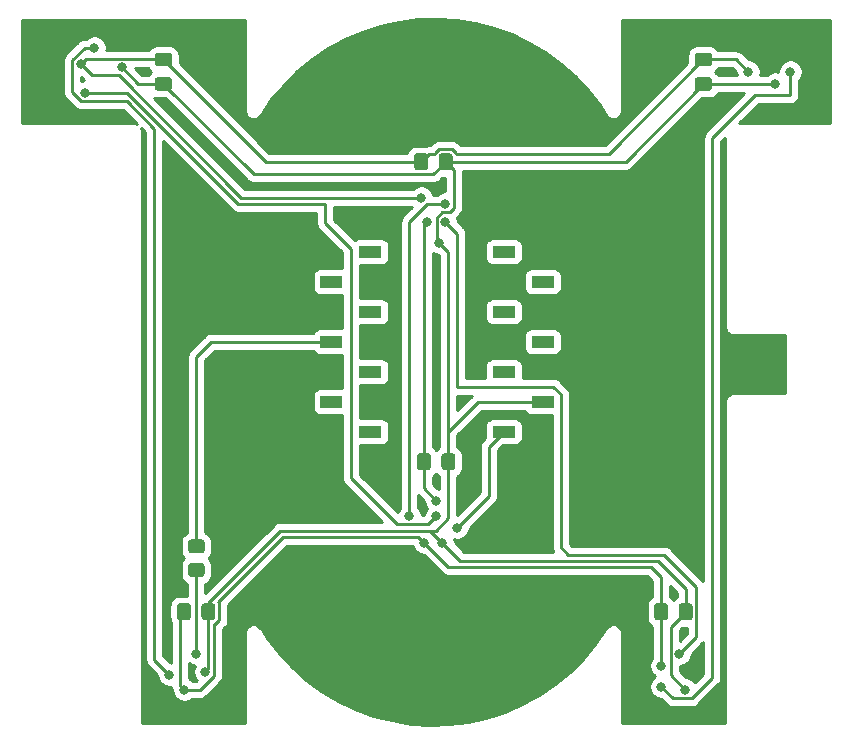
<source format=gbl>
%TF.GenerationSoftware,KiCad,Pcbnew,5.1.8-db9833491~87~ubuntu20.04.1*%
%TF.CreationDate,2020-11-10T08:01:52-05:00*%
%TF.ProjectId,18f-blinkie,3138662d-626c-4696-9e6b-69652e6b6963,rev?*%
%TF.SameCoordinates,Original*%
%TF.FileFunction,Copper,L2,Bot*%
%TF.FilePolarity,Positive*%
%FSLAX46Y46*%
G04 Gerber Fmt 4.6, Leading zero omitted, Abs format (unit mm)*
G04 Created by KiCad (PCBNEW 5.1.8-db9833491~87~ubuntu20.04.1) date 2020-11-10 08:01:52*
%MOMM*%
%LPD*%
G01*
G04 APERTURE LIST*
%TA.AperFunction,SMDPad,CuDef*%
%ADD10R,1.900000X1.000000*%
%TD*%
%TA.AperFunction,ViaPad*%
%ADD11C,0.800000*%
%TD*%
%TA.AperFunction,Conductor*%
%ADD12C,0.250000*%
%TD*%
%TA.AperFunction,NonConductor*%
%ADD13C,0.254000*%
%TD*%
%TA.AperFunction,NonConductor*%
%ADD14C,0.100000*%
%TD*%
G04 APERTURE END LIST*
%TO.P,R1,2*%
%TO.N,Net-(J1-Pad4)*%
%TA.AperFunction,SMDPad,CuDef*%
G36*
G01*
X69281983Y-142385944D02*
X68381981Y-142385944D01*
G75*
G02*
X68131982Y-142135945I0J249999D01*
G01*
X68131982Y-141435943D01*
G75*
G02*
X68381981Y-141185944I249999J0D01*
G01*
X69281983Y-141185944D01*
G75*
G02*
X69531982Y-141435943I0J-249999D01*
G01*
X69531982Y-142135945D01*
G75*
G02*
X69281983Y-142385944I-249999J0D01*
G01*
G37*
%TD.AperFunction*%
%TO.P,R1,1*%
%TO.N,DATA*%
%TA.AperFunction,SMDPad,CuDef*%
G36*
G01*
X69281983Y-144385944D02*
X68381981Y-144385944D01*
G75*
G02*
X68131982Y-144135945I0J249999D01*
G01*
X68131982Y-143435943D01*
G75*
G02*
X68381981Y-143185944I249999J0D01*
G01*
X69281983Y-143185944D01*
G75*
G02*
X69531982Y-143435943I0J-249999D01*
G01*
X69531982Y-144135945D01*
G75*
G02*
X69281983Y-144385944I-249999J0D01*
G01*
G37*
%TD.AperFunction*%
%TD*%
D10*
%TO.P,J1,6*%
%TO.N,Net-(J1-Pad6)*%
X80265000Y-129540000D03*
%TO.P,J1,4*%
%TO.N,Net-(J1-Pad4)*%
X80265000Y-124460000D03*
%TO.P,J1,2*%
%TO.N,Net-(J1-Pad2)*%
X80265000Y-119380000D03*
%TO.P,J1,7*%
%TO.N,Net-(J1-Pad7)*%
X83565000Y-132080000D03*
%TO.P,J1,5*%
%TO.N,Net-(J1-Pad5)*%
X83565000Y-127000000D03*
%TO.P,J1,3*%
%TO.N,Net-(J1-Pad3)*%
X83565000Y-121920000D03*
%TO.P,J1,1*%
%TO.N,Net-(J1-Pad1)*%
X83565000Y-116840000D03*
%TD*%
%TO.P,J2,7*%
%TO.N,5V*%
X94870000Y-132080000D03*
%TO.P,J2,5*%
%TO.N,Net-(J2-Pad5)*%
X94870000Y-127000000D03*
%TO.P,J2,3*%
%TO.N,Net-(J2-Pad3)*%
X94870000Y-121920000D03*
%TO.P,J2,1*%
%TO.N,Net-(J2-Pad1)*%
X94870000Y-116840000D03*
%TO.P,J2,6*%
%TO.N,GND*%
X98170000Y-129540000D03*
%TO.P,J2,4*%
%TO.N,Net-(J2-Pad4)*%
X98170000Y-124460000D03*
%TO.P,J2,2*%
%TO.N,Net-(J2-Pad2)*%
X98170000Y-119380000D03*
%TD*%
%TO.P,C3,2*%
%TO.N,5V*%
%TA.AperFunction,SMDPad,CuDef*%
G36*
G01*
X88682500Y-134145000D02*
X88682500Y-135095000D01*
G75*
G02*
X88432500Y-135345000I-250000J0D01*
G01*
X87757500Y-135345000D01*
G75*
G02*
X87507500Y-135095000I0J250000D01*
G01*
X87507500Y-134145000D01*
G75*
G02*
X87757500Y-133895000I250000J0D01*
G01*
X88432500Y-133895000D01*
G75*
G02*
X88682500Y-134145000I0J-250000D01*
G01*
G37*
%TD.AperFunction*%
%TO.P,C3,1*%
%TO.N,GND*%
%TA.AperFunction,SMDPad,CuDef*%
G36*
G01*
X90757500Y-134145000D02*
X90757500Y-135095000D01*
G75*
G02*
X90507500Y-135345000I-250000J0D01*
G01*
X89832500Y-135345000D01*
G75*
G02*
X89582500Y-135095000I0J250000D01*
G01*
X89582500Y-134145000D01*
G75*
G02*
X89832500Y-133895000I250000J0D01*
G01*
X90507500Y-133895000D01*
G75*
G02*
X90757500Y-134145000I0J-250000D01*
G01*
G37*
%TD.AperFunction*%
%TD*%
%TO.P,C6,2*%
%TO.N,5V*%
%TA.AperFunction,SMDPad,CuDef*%
G36*
G01*
X112235000Y-101150000D02*
X111285000Y-101150000D01*
G75*
G02*
X111035000Y-100900000I0J250000D01*
G01*
X111035000Y-100225000D01*
G75*
G02*
X111285000Y-99975000I250000J0D01*
G01*
X112235000Y-99975000D01*
G75*
G02*
X112485000Y-100225000I0J-250000D01*
G01*
X112485000Y-100900000D01*
G75*
G02*
X112235000Y-101150000I-250000J0D01*
G01*
G37*
%TD.AperFunction*%
%TO.P,C6,1*%
%TO.N,GND*%
%TA.AperFunction,SMDPad,CuDef*%
G36*
G01*
X112235000Y-103225000D02*
X111285000Y-103225000D01*
G75*
G02*
X111035000Y-102975000I0J250000D01*
G01*
X111035000Y-102300000D01*
G75*
G02*
X111285000Y-102050000I250000J0D01*
G01*
X112235000Y-102050000D01*
G75*
G02*
X112485000Y-102300000I0J-250000D01*
G01*
X112485000Y-102975000D01*
G75*
G02*
X112235000Y-103225000I-250000J0D01*
G01*
G37*
%TD.AperFunction*%
%TD*%
%TO.P,C5,2*%
%TO.N,5V*%
%TA.AperFunction,SMDPad,CuDef*%
G36*
G01*
X108770000Y-146845000D02*
X108770000Y-147795000D01*
G75*
G02*
X108520000Y-148045000I-250000J0D01*
G01*
X107845000Y-148045000D01*
G75*
G02*
X107595000Y-147795000I0J250000D01*
G01*
X107595000Y-146845000D01*
G75*
G02*
X107845000Y-146595000I250000J0D01*
G01*
X108520000Y-146595000D01*
G75*
G02*
X108770000Y-146845000I0J-250000D01*
G01*
G37*
%TD.AperFunction*%
%TO.P,C5,1*%
%TO.N,GND*%
%TA.AperFunction,SMDPad,CuDef*%
G36*
G01*
X110845000Y-146845000D02*
X110845000Y-147795000D01*
G75*
G02*
X110595000Y-148045000I-250000J0D01*
G01*
X109920000Y-148045000D01*
G75*
G02*
X109670000Y-147795000I0J250000D01*
G01*
X109670000Y-146845000D01*
G75*
G02*
X109920000Y-146595000I250000J0D01*
G01*
X110595000Y-146595000D01*
G75*
G02*
X110845000Y-146845000I0J-250000D01*
G01*
G37*
%TD.AperFunction*%
%TD*%
%TO.P,C4,2*%
%TO.N,5V*%
%TA.AperFunction,SMDPad,CuDef*%
G36*
G01*
X88450000Y-108745000D02*
X88450000Y-109695000D01*
G75*
G02*
X88200000Y-109945000I-250000J0D01*
G01*
X87525000Y-109945000D01*
G75*
G02*
X87275000Y-109695000I0J250000D01*
G01*
X87275000Y-108745000D01*
G75*
G02*
X87525000Y-108495000I250000J0D01*
G01*
X88200000Y-108495000D01*
G75*
G02*
X88450000Y-108745000I0J-250000D01*
G01*
G37*
%TD.AperFunction*%
%TO.P,C4,1*%
%TO.N,GND*%
%TA.AperFunction,SMDPad,CuDef*%
G36*
G01*
X90525000Y-108745000D02*
X90525000Y-109695000D01*
G75*
G02*
X90275000Y-109945000I-250000J0D01*
G01*
X89600000Y-109945000D01*
G75*
G02*
X89350000Y-109695000I0J250000D01*
G01*
X89350000Y-108745000D01*
G75*
G02*
X89600000Y-108495000I250000J0D01*
G01*
X90275000Y-108495000D01*
G75*
G02*
X90525000Y-108745000I0J-250000D01*
G01*
G37*
%TD.AperFunction*%
%TD*%
%TO.P,C2,2*%
%TO.N,5V*%
%TA.AperFunction,SMDPad,CuDef*%
G36*
G01*
X66515000Y-101150000D02*
X65565000Y-101150000D01*
G75*
G02*
X65315000Y-100900000I0J250000D01*
G01*
X65315000Y-100225000D01*
G75*
G02*
X65565000Y-99975000I250000J0D01*
G01*
X66515000Y-99975000D01*
G75*
G02*
X66765000Y-100225000I0J-250000D01*
G01*
X66765000Y-100900000D01*
G75*
G02*
X66515000Y-101150000I-250000J0D01*
G01*
G37*
%TD.AperFunction*%
%TO.P,C2,1*%
%TO.N,GND*%
%TA.AperFunction,SMDPad,CuDef*%
G36*
G01*
X66515000Y-103225000D02*
X65565000Y-103225000D01*
G75*
G02*
X65315000Y-102975000I0J250000D01*
G01*
X65315000Y-102300000D01*
G75*
G02*
X65565000Y-102050000I250000J0D01*
G01*
X66515000Y-102050000D01*
G75*
G02*
X66765000Y-102300000I0J-250000D01*
G01*
X66765000Y-102975000D01*
G75*
G02*
X66515000Y-103225000I-250000J0D01*
G01*
G37*
%TD.AperFunction*%
%TD*%
%TO.P,C1,2*%
%TO.N,5V*%
%TA.AperFunction,SMDPad,CuDef*%
G36*
G01*
X68362500Y-146845000D02*
X68362500Y-147795000D01*
G75*
G02*
X68112500Y-148045000I-250000J0D01*
G01*
X67437500Y-148045000D01*
G75*
G02*
X67187500Y-147795000I0J250000D01*
G01*
X67187500Y-146845000D01*
G75*
G02*
X67437500Y-146595000I250000J0D01*
G01*
X68112500Y-146595000D01*
G75*
G02*
X68362500Y-146845000I0J-250000D01*
G01*
G37*
%TD.AperFunction*%
%TO.P,C1,1*%
%TO.N,GND*%
%TA.AperFunction,SMDPad,CuDef*%
G36*
G01*
X70437500Y-146845000D02*
X70437500Y-147795000D01*
G75*
G02*
X70187500Y-148045000I-250000J0D01*
G01*
X69512500Y-148045000D01*
G75*
G02*
X69262500Y-147795000I0J250000D01*
G01*
X69262500Y-146845000D01*
G75*
G02*
X69512500Y-146595000I250000J0D01*
G01*
X70187500Y-146595000D01*
G75*
G02*
X70437500Y-146845000I0J-250000D01*
G01*
G37*
%TD.AperFunction*%
%TD*%
D11*
%TO.N,Net-(D1-Pad2)*%
X66548000Y-152654000D03*
X60198000Y-99568000D03*
%TO.N,Net-(D2-Pad2)*%
X59436000Y-103378000D03*
X89154000Y-139192000D03*
%TO.N,Net-(D3-Pad2)*%
X86868000Y-139200002D03*
X89916000Y-112776000D03*
%TO.N,Net-(D4-Pad2)*%
X89916000Y-114300000D03*
X109728000Y-150876000D03*
%TO.N,5V*%
X59055000Y-100965000D03*
X115570000Y-101600000D03*
%TO.N,Net-(D5-Pad2)*%
X108204000Y-153670000D03*
X119126000Y-101600000D03*
%TO.N,5V*%
X88138000Y-141478000D03*
X89154000Y-137922000D03*
X108204000Y-151892000D03*
X88392000Y-114299986D03*
X87879347Y-112263347D03*
X67818000Y-153923988D03*
X90940002Y-140199998D03*
%TO.N,GND*%
X89408000Y-116078000D03*
X89662000Y-141478000D03*
X110236000Y-153924000D03*
X69596000Y-152400000D03*
X62499216Y-101217745D03*
X117856000Y-102616000D03*
%TO.N,DATA*%
X68834000Y-150876000D03*
%TD*%
D12*
%TO.N,Net-(J1-Pad4)*%
X68831982Y-125732018D02*
X68831982Y-141785944D01*
X70104000Y-124460000D02*
X68831982Y-125732018D01*
X80265000Y-124460000D02*
X70104000Y-124460000D01*
%TO.N,Net-(D1-Pad2)*%
X58329999Y-100616999D02*
X59378998Y-99568000D01*
X59087999Y-104103001D02*
X58329999Y-103345001D01*
X59378998Y-99568000D02*
X60198000Y-99568000D01*
X62955001Y-104103001D02*
X59087999Y-104103001D01*
X65278000Y-106426000D02*
X62955001Y-104103001D01*
X65278000Y-151384000D02*
X65278000Y-106426000D01*
X58329999Y-103345001D02*
X58329999Y-100616999D01*
X66548000Y-152654000D02*
X65278000Y-151384000D01*
%TO.N,Net-(D2-Pad2)*%
X88420997Y-139925003D02*
X89154000Y-139192000D01*
X85823003Y-139925003D02*
X88420997Y-139925003D01*
X81915000Y-136017000D02*
X85823003Y-139925003D01*
X79756000Y-114431002D02*
X81915000Y-116590002D01*
X81915000Y-116590002D02*
X81915000Y-136017000D01*
X79756000Y-112776000D02*
X79756000Y-114431002D01*
X72390000Y-112776000D02*
X79756000Y-112776000D01*
X62992000Y-103378000D02*
X72390000Y-112776000D01*
X59436000Y-103378000D02*
X62992000Y-103378000D01*
%TO.N,Net-(D3-Pad2)*%
X86868000Y-114300000D02*
X88392000Y-112776000D01*
X88392000Y-112776000D02*
X89916000Y-112776000D01*
X86868000Y-139200002D02*
X86868000Y-114300000D01*
%TO.N,Net-(D4-Pad2)*%
X111170010Y-149433990D02*
X109728000Y-150876000D01*
X100330000Y-142494000D02*
X108439322Y-142494000D01*
X111170010Y-145224688D02*
X111170010Y-149433990D01*
X108439322Y-142494000D02*
X111170010Y-145224688D01*
X99695000Y-141859000D02*
X100330000Y-142494000D01*
X99695000Y-128905000D02*
X99695000Y-141859000D01*
X99060000Y-128270000D02*
X99695000Y-128905000D01*
X90932000Y-128270000D02*
X99060000Y-128270000D01*
X90932000Y-115316000D02*
X90932000Y-128270000D01*
X89916000Y-114300000D02*
X90932000Y-115316000D01*
%TO.N,5V*%
X90850010Y-108585000D02*
X103737500Y-108585000D01*
X90850010Y-108506820D02*
X90850010Y-108585000D01*
X103737500Y-108585000D02*
X111760000Y-100562500D01*
X89361820Y-108169990D02*
X90513180Y-108169990D01*
X89024990Y-108506820D02*
X89361820Y-108169990D01*
X90513180Y-108169990D02*
X90850010Y-108506820D01*
X89024990Y-108585000D02*
X89024990Y-108506820D01*
X88497500Y-108585000D02*
X89024990Y-108585000D01*
X87862500Y-109220000D02*
X88497500Y-108585000D01*
X114532500Y-100562500D02*
X115570000Y-101600000D01*
X111760000Y-100562500D02*
X114532500Y-100562500D01*
%TO.N,GND*%
X105177500Y-109220000D02*
X111760000Y-102637500D01*
X89937500Y-109220000D02*
X105177500Y-109220000D01*
%TO.N,Net-(D5-Pad2)*%
X119126000Y-103562002D02*
X119126000Y-101600000D01*
X119093001Y-103595001D02*
X119126000Y-103562002D01*
X116114999Y-103595001D02*
X119093001Y-103595001D01*
X112522000Y-107188000D02*
X116114999Y-103595001D01*
X112522000Y-152908000D02*
X112522000Y-107188000D01*
X110780999Y-154649001D02*
X112522000Y-152908000D01*
X109183001Y-154649001D02*
X110780999Y-154649001D01*
X108204000Y-153670000D02*
X109183001Y-154649001D01*
%TO.N,5V*%
X88095000Y-136863000D02*
X89154000Y-137922000D01*
X88095000Y-134620000D02*
X88095000Y-136863000D01*
X108182500Y-151870500D02*
X108204000Y-151892000D01*
X108182500Y-147320000D02*
X108182500Y-151870500D01*
X88095000Y-134620000D02*
X88095000Y-114596986D01*
X88095000Y-114596986D02*
X88392000Y-114299986D01*
X67775000Y-147320000D02*
X67418001Y-147676999D01*
X67418001Y-153523989D02*
X67818000Y-153923988D01*
X67418001Y-147676999D02*
X67418001Y-153523989D01*
X93600000Y-137540000D02*
X90940002Y-140199998D01*
X60001002Y-101911002D02*
X59055000Y-100965000D01*
X87879347Y-112263347D02*
X72639347Y-112263347D01*
X72639347Y-112263347D02*
X62287002Y-101911002D01*
X65970244Y-100492744D02*
X59527256Y-100492744D01*
X59527256Y-100492744D02*
X59055000Y-100965000D01*
X62287002Y-101911002D02*
X60001002Y-101911002D01*
X66040000Y-100562500D02*
X65970244Y-100492744D01*
X93600000Y-133350000D02*
X94870000Y-132080000D01*
X93600000Y-137540000D02*
X93600000Y-133350000D01*
X69145016Y-153923988D02*
X67818000Y-153923988D01*
X70321001Y-148370010D02*
X70321001Y-152748001D01*
X70425680Y-148370010D02*
X70321001Y-148370010D01*
X70762510Y-148033180D02*
X70425680Y-148370010D01*
X70762510Y-146606820D02*
X70762510Y-148033180D01*
X70662845Y-146507155D02*
X70762510Y-146606820D01*
X76200000Y-140970000D02*
X70662845Y-146507155D01*
X70321001Y-152748001D02*
X69145016Y-153923988D01*
X87630000Y-140970000D02*
X76200000Y-140970000D01*
X88138000Y-141478000D02*
X87630000Y-140970000D01*
X90170000Y-143510000D02*
X88138000Y-141478000D01*
X108182500Y-144377500D02*
X107315000Y-143510000D01*
X107315000Y-143510000D02*
X90170000Y-143510000D01*
X108182500Y-147320000D02*
X108182500Y-144377500D01*
X87862500Y-109220000D02*
X74697500Y-109220000D01*
X74697500Y-109220000D02*
X66040000Y-100562500D01*
%TO.N,GND*%
X89408000Y-116078000D02*
X90170000Y-116840000D01*
X90170000Y-116840000D02*
X90170000Y-117856000D01*
X89662000Y-141478000D02*
X88646000Y-140462000D01*
X92710000Y-129540000D02*
X90170000Y-132080000D01*
X90170000Y-132080000D02*
X90170000Y-134620000D01*
X90170000Y-117856000D02*
X90170000Y-132080000D01*
X109002999Y-152690999D02*
X110236000Y-153924000D01*
X109002999Y-148574501D02*
X109002999Y-152690999D01*
X110257500Y-147320000D02*
X109002999Y-148574501D01*
X88887490Y-110270010D02*
X89937500Y-109220000D01*
X73672510Y-110270010D02*
X88887490Y-110270010D01*
X66040000Y-102637500D02*
X73672510Y-110270010D01*
X90641001Y-109923501D02*
X89937500Y-109220000D01*
X90641001Y-113124001D02*
X90641001Y-109923501D01*
X90264001Y-113501001D02*
X90641001Y-113124001D01*
X89641997Y-113501001D02*
X90264001Y-113501001D01*
X89190999Y-113951999D02*
X89641997Y-113501001D01*
X89190999Y-115860999D02*
X89190999Y-113951999D01*
X89408000Y-116078000D02*
X89190999Y-115860999D01*
X69850000Y-147320000D02*
X69850000Y-152146000D01*
X69850000Y-152146000D02*
X69596000Y-152400000D01*
X90170000Y-134620000D02*
X90170000Y-139388998D01*
X90170000Y-139388998D02*
X89096998Y-140462000D01*
X89096998Y-140462000D02*
X88646000Y-140462000D01*
X63918971Y-102637500D02*
X62499216Y-101217745D01*
X66040000Y-102637500D02*
X63918971Y-102637500D01*
X111760000Y-102637500D02*
X117834500Y-102637500D01*
X117834500Y-102637500D02*
X117856000Y-102616000D01*
X92710000Y-129540000D02*
X98170000Y-129540000D01*
X110257500Y-145383044D02*
X110257500Y-147320000D01*
X107876456Y-143002000D02*
X110257500Y-145383044D01*
X91186000Y-143002000D02*
X107876456Y-143002000D01*
X89662000Y-141478000D02*
X91186000Y-143002000D01*
X69850000Y-146558000D02*
X69850000Y-147320000D01*
X75946000Y-140462000D02*
X69850000Y-146558000D01*
X88646000Y-140462000D02*
X75946000Y-140462000D01*
%TO.N,DATA*%
X68834000Y-143787962D02*
X68831982Y-143785944D01*
X68834000Y-150876000D02*
X68834000Y-143787962D01*
%TD*%
D13*
X64518001Y-106740803D02*
X64518000Y-151346678D01*
X64514324Y-151384000D01*
X64518000Y-151421322D01*
X64518000Y-151421332D01*
X64528997Y-151532985D01*
X64553144Y-151612587D01*
X64572454Y-151676246D01*
X64643026Y-151808276D01*
X64660707Y-151829820D01*
X64737999Y-151924001D01*
X64767003Y-151947804D01*
X65513000Y-152693802D01*
X65513000Y-152755939D01*
X65552774Y-152955898D01*
X65630795Y-153144256D01*
X65744063Y-153313774D01*
X65888226Y-153457937D01*
X66057744Y-153571205D01*
X66246102Y-153649226D01*
X66446061Y-153689000D01*
X66649939Y-153689000D01*
X66672499Y-153684513D01*
X66682181Y-153716431D01*
X66712455Y-153816235D01*
X66783000Y-153948214D01*
X66783000Y-154025927D01*
X66822774Y-154225886D01*
X66900795Y-154414244D01*
X67014063Y-154583762D01*
X67158226Y-154727925D01*
X67327744Y-154841193D01*
X67516102Y-154919214D01*
X67716061Y-154958988D01*
X67919939Y-154958988D01*
X68119898Y-154919214D01*
X68308256Y-154841193D01*
X68477774Y-154727925D01*
X68521711Y-154683988D01*
X69107694Y-154683988D01*
X69145016Y-154687664D01*
X69182339Y-154683988D01*
X69182349Y-154683988D01*
X69294002Y-154672991D01*
X69437263Y-154629534D01*
X69569292Y-154558962D01*
X69685017Y-154463989D01*
X69708816Y-154434990D01*
X70832004Y-153311800D01*
X70861002Y-153288002D01*
X70955975Y-153172277D01*
X71026547Y-153040248D01*
X71070004Y-152896987D01*
X71081001Y-152785334D01*
X71081001Y-152785324D01*
X71084677Y-152748001D01*
X71081001Y-152710678D01*
X71081001Y-148789490D01*
X71273507Y-148596984D01*
X71302511Y-148573181D01*
X71397484Y-148457456D01*
X71468056Y-148325427D01*
X71511513Y-148182166D01*
X71522510Y-148070513D01*
X71526187Y-148033180D01*
X71522510Y-147995847D01*
X71522510Y-146722291D01*
X76514802Y-141730000D01*
X87132849Y-141730000D01*
X87142774Y-141779898D01*
X87220795Y-141968256D01*
X87334063Y-142137774D01*
X87478226Y-142281937D01*
X87647744Y-142395205D01*
X87836102Y-142473226D01*
X88036061Y-142513000D01*
X88098199Y-142513000D01*
X89606200Y-144021002D01*
X89629999Y-144050001D01*
X89658997Y-144073799D01*
X89745723Y-144144974D01*
X89867789Y-144210220D01*
X89877753Y-144215546D01*
X90021014Y-144259003D01*
X90132667Y-144270000D01*
X90132677Y-144270000D01*
X90170000Y-144273676D01*
X90207323Y-144270000D01*
X107000199Y-144270000D01*
X107422501Y-144692303D01*
X107422500Y-146068705D01*
X107351614Y-146106595D01*
X107217038Y-146217038D01*
X107106595Y-146351614D01*
X107024528Y-146505150D01*
X106973992Y-146671746D01*
X106956928Y-146845000D01*
X106956928Y-147795000D01*
X106973992Y-147968254D01*
X107024528Y-148134850D01*
X107106595Y-148288386D01*
X107217038Y-148422962D01*
X107351614Y-148533405D01*
X107422500Y-148571295D01*
X107422501Y-151209788D01*
X107400063Y-151232226D01*
X107286795Y-151401744D01*
X107208774Y-151590102D01*
X107169000Y-151790061D01*
X107169000Y-151993939D01*
X107208774Y-152193898D01*
X107286795Y-152382256D01*
X107400063Y-152551774D01*
X107544226Y-152695937D01*
X107671532Y-152781000D01*
X107544226Y-152866063D01*
X107400063Y-153010226D01*
X107286795Y-153179744D01*
X107208774Y-153368102D01*
X107169000Y-153568061D01*
X107169000Y-153771939D01*
X107208774Y-153971898D01*
X107286795Y-154160256D01*
X107400063Y-154329774D01*
X107544226Y-154473937D01*
X107713744Y-154587205D01*
X107902102Y-154665226D01*
X108102061Y-154705000D01*
X108164198Y-154705000D01*
X108619206Y-155160009D01*
X108643000Y-155189002D01*
X108671993Y-155212796D01*
X108671997Y-155212800D01*
X108699883Y-155235685D01*
X108758725Y-155283975D01*
X108890754Y-155354547D01*
X109034015Y-155398004D01*
X109145668Y-155409001D01*
X109145677Y-155409001D01*
X109183000Y-155412677D01*
X109220323Y-155409001D01*
X110743677Y-155409001D01*
X110780999Y-155412677D01*
X110818321Y-155409001D01*
X110818332Y-155409001D01*
X110929985Y-155398004D01*
X111073246Y-155354547D01*
X111205275Y-155283975D01*
X111321000Y-155189002D01*
X111344803Y-155159998D01*
X113033004Y-153471798D01*
X113062001Y-153448001D01*
X113156974Y-153332276D01*
X113227546Y-153200247D01*
X113271003Y-153056986D01*
X113282000Y-152945333D01*
X113282000Y-152945324D01*
X113285676Y-152908001D01*
X113282000Y-152870678D01*
X113282000Y-107502801D01*
X113590001Y-107194800D01*
X113590000Y-123155123D01*
X113586565Y-123190000D01*
X113600273Y-123329184D01*
X113640872Y-123463020D01*
X113706800Y-123586363D01*
X113795525Y-123694475D01*
X113868610Y-123754454D01*
X113903637Y-123783200D01*
X114026980Y-123849128D01*
X114160816Y-123889727D01*
X114300000Y-123903435D01*
X114334877Y-123900000D01*
X118670001Y-123900000D01*
X118670000Y-128830000D01*
X114334877Y-128830000D01*
X114300000Y-128826565D01*
X114265123Y-128830000D01*
X114160816Y-128840273D01*
X114026980Y-128880872D01*
X113903637Y-128946800D01*
X113795525Y-129035525D01*
X113706800Y-129143637D01*
X113640872Y-129266980D01*
X113600273Y-129400816D01*
X113586565Y-129540000D01*
X113590001Y-129574887D01*
X113590000Y-156770000D01*
X104850000Y-156770000D01*
X104850000Y-149063123D01*
X104839727Y-148958816D01*
X104799128Y-148824980D01*
X104733200Y-148701637D01*
X104644475Y-148593525D01*
X104536363Y-148504800D01*
X104413020Y-148438872D01*
X104279184Y-148398273D01*
X104140000Y-148384565D01*
X104000817Y-148398273D01*
X103866981Y-148438872D01*
X103743638Y-148504800D01*
X103635526Y-148593525D01*
X103546801Y-148701637D01*
X103532071Y-148729195D01*
X102620730Y-150062132D01*
X101584670Y-151307385D01*
X100436026Y-152449602D01*
X99184988Y-153478652D01*
X97842645Y-154385413D01*
X96420944Y-155161812D01*
X94932482Y-155800975D01*
X93390476Y-156297224D01*
X91808602Y-156646158D01*
X90200925Y-156844674D01*
X88581700Y-156891013D01*
X86965289Y-156784763D01*
X85366063Y-156526869D01*
X83798193Y-156119616D01*
X82275617Y-155566624D01*
X80811832Y-154872797D01*
X79419846Y-154044300D01*
X78111994Y-153088470D01*
X76899906Y-152013811D01*
X75794335Y-150829860D01*
X74801068Y-149541902D01*
X74271040Y-148735013D01*
X74253200Y-148701637D01*
X74164474Y-148593525D01*
X74056362Y-148504800D01*
X73933019Y-148438872D01*
X73799183Y-148398273D01*
X73660000Y-148384565D01*
X73520816Y-148398273D01*
X73386980Y-148438872D01*
X73263637Y-148504800D01*
X73155525Y-148593526D01*
X73066800Y-148701638D01*
X73000872Y-148824981D01*
X72960273Y-148958817D01*
X72950000Y-149063124D01*
X72950001Y-156770000D01*
X64210000Y-156770000D01*
X64210000Y-106714876D01*
X64213435Y-106680000D01*
X64199727Y-106540816D01*
X64159128Y-106406980D01*
X64130363Y-106353165D01*
X64518001Y-106740803D01*
%TA.AperFunction,NonConductor*%
D14*
G36*
X64518001Y-106740803D02*
G01*
X64518000Y-151346678D01*
X64514324Y-151384000D01*
X64518000Y-151421322D01*
X64518000Y-151421332D01*
X64528997Y-151532985D01*
X64553144Y-151612587D01*
X64572454Y-151676246D01*
X64643026Y-151808276D01*
X64660707Y-151829820D01*
X64737999Y-151924001D01*
X64767003Y-151947804D01*
X65513000Y-152693802D01*
X65513000Y-152755939D01*
X65552774Y-152955898D01*
X65630795Y-153144256D01*
X65744063Y-153313774D01*
X65888226Y-153457937D01*
X66057744Y-153571205D01*
X66246102Y-153649226D01*
X66446061Y-153689000D01*
X66649939Y-153689000D01*
X66672499Y-153684513D01*
X66682181Y-153716431D01*
X66712455Y-153816235D01*
X66783000Y-153948214D01*
X66783000Y-154025927D01*
X66822774Y-154225886D01*
X66900795Y-154414244D01*
X67014063Y-154583762D01*
X67158226Y-154727925D01*
X67327744Y-154841193D01*
X67516102Y-154919214D01*
X67716061Y-154958988D01*
X67919939Y-154958988D01*
X68119898Y-154919214D01*
X68308256Y-154841193D01*
X68477774Y-154727925D01*
X68521711Y-154683988D01*
X69107694Y-154683988D01*
X69145016Y-154687664D01*
X69182339Y-154683988D01*
X69182349Y-154683988D01*
X69294002Y-154672991D01*
X69437263Y-154629534D01*
X69569292Y-154558962D01*
X69685017Y-154463989D01*
X69708816Y-154434990D01*
X70832004Y-153311800D01*
X70861002Y-153288002D01*
X70955975Y-153172277D01*
X71026547Y-153040248D01*
X71070004Y-152896987D01*
X71081001Y-152785334D01*
X71081001Y-152785324D01*
X71084677Y-152748001D01*
X71081001Y-152710678D01*
X71081001Y-148789490D01*
X71273507Y-148596984D01*
X71302511Y-148573181D01*
X71397484Y-148457456D01*
X71468056Y-148325427D01*
X71511513Y-148182166D01*
X71522510Y-148070513D01*
X71526187Y-148033180D01*
X71522510Y-147995847D01*
X71522510Y-146722291D01*
X76514802Y-141730000D01*
X87132849Y-141730000D01*
X87142774Y-141779898D01*
X87220795Y-141968256D01*
X87334063Y-142137774D01*
X87478226Y-142281937D01*
X87647744Y-142395205D01*
X87836102Y-142473226D01*
X88036061Y-142513000D01*
X88098199Y-142513000D01*
X89606200Y-144021002D01*
X89629999Y-144050001D01*
X89658997Y-144073799D01*
X89745723Y-144144974D01*
X89867789Y-144210220D01*
X89877753Y-144215546D01*
X90021014Y-144259003D01*
X90132667Y-144270000D01*
X90132677Y-144270000D01*
X90170000Y-144273676D01*
X90207323Y-144270000D01*
X107000199Y-144270000D01*
X107422501Y-144692303D01*
X107422500Y-146068705D01*
X107351614Y-146106595D01*
X107217038Y-146217038D01*
X107106595Y-146351614D01*
X107024528Y-146505150D01*
X106973992Y-146671746D01*
X106956928Y-146845000D01*
X106956928Y-147795000D01*
X106973992Y-147968254D01*
X107024528Y-148134850D01*
X107106595Y-148288386D01*
X107217038Y-148422962D01*
X107351614Y-148533405D01*
X107422500Y-148571295D01*
X107422501Y-151209788D01*
X107400063Y-151232226D01*
X107286795Y-151401744D01*
X107208774Y-151590102D01*
X107169000Y-151790061D01*
X107169000Y-151993939D01*
X107208774Y-152193898D01*
X107286795Y-152382256D01*
X107400063Y-152551774D01*
X107544226Y-152695937D01*
X107671532Y-152781000D01*
X107544226Y-152866063D01*
X107400063Y-153010226D01*
X107286795Y-153179744D01*
X107208774Y-153368102D01*
X107169000Y-153568061D01*
X107169000Y-153771939D01*
X107208774Y-153971898D01*
X107286795Y-154160256D01*
X107400063Y-154329774D01*
X107544226Y-154473937D01*
X107713744Y-154587205D01*
X107902102Y-154665226D01*
X108102061Y-154705000D01*
X108164198Y-154705000D01*
X108619206Y-155160009D01*
X108643000Y-155189002D01*
X108671993Y-155212796D01*
X108671997Y-155212800D01*
X108699883Y-155235685D01*
X108758725Y-155283975D01*
X108890754Y-155354547D01*
X109034015Y-155398004D01*
X109145668Y-155409001D01*
X109145677Y-155409001D01*
X109183000Y-155412677D01*
X109220323Y-155409001D01*
X110743677Y-155409001D01*
X110780999Y-155412677D01*
X110818321Y-155409001D01*
X110818332Y-155409001D01*
X110929985Y-155398004D01*
X111073246Y-155354547D01*
X111205275Y-155283975D01*
X111321000Y-155189002D01*
X111344803Y-155159998D01*
X113033004Y-153471798D01*
X113062001Y-153448001D01*
X113156974Y-153332276D01*
X113227546Y-153200247D01*
X113271003Y-153056986D01*
X113282000Y-152945333D01*
X113282000Y-152945324D01*
X113285676Y-152908001D01*
X113282000Y-152870678D01*
X113282000Y-107502801D01*
X113590001Y-107194800D01*
X113590000Y-123155123D01*
X113586565Y-123190000D01*
X113600273Y-123329184D01*
X113640872Y-123463020D01*
X113706800Y-123586363D01*
X113795525Y-123694475D01*
X113868610Y-123754454D01*
X113903637Y-123783200D01*
X114026980Y-123849128D01*
X114160816Y-123889727D01*
X114300000Y-123903435D01*
X114334877Y-123900000D01*
X118670001Y-123900000D01*
X118670000Y-128830000D01*
X114334877Y-128830000D01*
X114300000Y-128826565D01*
X114265123Y-128830000D01*
X114160816Y-128840273D01*
X114026980Y-128880872D01*
X113903637Y-128946800D01*
X113795525Y-129035525D01*
X113706800Y-129143637D01*
X113640872Y-129266980D01*
X113600273Y-129400816D01*
X113586565Y-129540000D01*
X113590001Y-129574887D01*
X113590000Y-156770000D01*
X104850000Y-156770000D01*
X104850000Y-149063123D01*
X104839727Y-148958816D01*
X104799128Y-148824980D01*
X104733200Y-148701637D01*
X104644475Y-148593525D01*
X104536363Y-148504800D01*
X104413020Y-148438872D01*
X104279184Y-148398273D01*
X104140000Y-148384565D01*
X104000817Y-148398273D01*
X103866981Y-148438872D01*
X103743638Y-148504800D01*
X103635526Y-148593525D01*
X103546801Y-148701637D01*
X103532071Y-148729195D01*
X102620730Y-150062132D01*
X101584670Y-151307385D01*
X100436026Y-152449602D01*
X99184988Y-153478652D01*
X97842645Y-154385413D01*
X96420944Y-155161812D01*
X94932482Y-155800975D01*
X93390476Y-156297224D01*
X91808602Y-156646158D01*
X90200925Y-156844674D01*
X88581700Y-156891013D01*
X86965289Y-156784763D01*
X85366063Y-156526869D01*
X83798193Y-156119616D01*
X82275617Y-155566624D01*
X80811832Y-154872797D01*
X79419846Y-154044300D01*
X78111994Y-153088470D01*
X76899906Y-152013811D01*
X75794335Y-150829860D01*
X74801068Y-149541902D01*
X74271040Y-148735013D01*
X74253200Y-148701637D01*
X74164474Y-148593525D01*
X74056362Y-148504800D01*
X73933019Y-148438872D01*
X73799183Y-148398273D01*
X73660000Y-148384565D01*
X73520816Y-148398273D01*
X73386980Y-148438872D01*
X73263637Y-148504800D01*
X73155525Y-148593526D01*
X73066800Y-148701638D01*
X73000872Y-148824981D01*
X72960273Y-148958817D01*
X72950000Y-149063124D01*
X72950001Y-156770000D01*
X64210000Y-156770000D01*
X64210000Y-106714876D01*
X64213435Y-106680000D01*
X64199727Y-106540816D01*
X64159128Y-106406980D01*
X64130363Y-106353165D01*
X64518001Y-106740803D01*
G37*
%TD.AperFunction*%
D13*
X111762000Y-152593198D02*
X111060379Y-153294820D01*
X111039937Y-153264226D01*
X110895774Y-153120063D01*
X110726256Y-153006795D01*
X110537898Y-152928774D01*
X110337939Y-152889000D01*
X110275802Y-152889000D01*
X109762999Y-152376198D01*
X109762999Y-151911000D01*
X109829939Y-151911000D01*
X110029898Y-151871226D01*
X110218256Y-151793205D01*
X110387774Y-151679937D01*
X110531937Y-151535774D01*
X110645205Y-151366256D01*
X110723226Y-151177898D01*
X110763000Y-150977939D01*
X110763000Y-150915801D01*
X111681013Y-149997789D01*
X111710011Y-149973991D01*
X111762000Y-149910642D01*
X111762000Y-152593198D01*
%TA.AperFunction,NonConductor*%
D14*
G36*
X111762000Y-152593198D02*
G01*
X111060379Y-153294820D01*
X111039937Y-153264226D01*
X110895774Y-153120063D01*
X110726256Y-153006795D01*
X110537898Y-152928774D01*
X110337939Y-152889000D01*
X110275802Y-152889000D01*
X109762999Y-152376198D01*
X109762999Y-151911000D01*
X109829939Y-151911000D01*
X110029898Y-151871226D01*
X110218256Y-151793205D01*
X110387774Y-151679937D01*
X110531937Y-151535774D01*
X110645205Y-151366256D01*
X110723226Y-151177898D01*
X110763000Y-150977939D01*
X110763000Y-150915801D01*
X111681013Y-149997789D01*
X111710011Y-149973991D01*
X111762000Y-149910642D01*
X111762000Y-152593198D01*
G37*
%TD.AperFunction*%
D13*
X68343744Y-151793205D02*
X68532102Y-151871226D01*
X68684303Y-151901500D01*
X68678795Y-151909744D01*
X68600774Y-152098102D01*
X68561000Y-152298061D01*
X68561000Y-152501939D01*
X68600774Y-152701898D01*
X68678795Y-152890256D01*
X68792063Y-153059774D01*
X68863245Y-153130956D01*
X68830214Y-153163988D01*
X68521711Y-153163988D01*
X68477774Y-153120051D01*
X68308256Y-153006783D01*
X68178001Y-152952829D01*
X68178001Y-151682459D01*
X68343744Y-151793205D01*
%TA.AperFunction,NonConductor*%
D14*
G36*
X68343744Y-151793205D02*
G01*
X68532102Y-151871226D01*
X68684303Y-151901500D01*
X68678795Y-151909744D01*
X68600774Y-152098102D01*
X68561000Y-152298061D01*
X68561000Y-152501939D01*
X68600774Y-152701898D01*
X68678795Y-152890256D01*
X68792063Y-153059774D01*
X68863245Y-153130956D01*
X68830214Y-153163988D01*
X68521711Y-153163988D01*
X68477774Y-153120051D01*
X68308256Y-153006783D01*
X68178001Y-152952829D01*
X68178001Y-151682459D01*
X68343744Y-151793205D01*
G37*
%TD.AperFunction*%
D13*
X71826201Y-113287003D02*
X71849999Y-113316001D01*
X71878997Y-113339799D01*
X71965723Y-113410974D01*
X72021892Y-113440997D01*
X72097753Y-113481546D01*
X72241014Y-113525003D01*
X72352667Y-113536000D01*
X72352676Y-113536000D01*
X72389999Y-113539676D01*
X72427322Y-113536000D01*
X78996000Y-113536000D01*
X78996001Y-114393670D01*
X78992324Y-114431002D01*
X78996001Y-114468335D01*
X79006998Y-114579988D01*
X79012154Y-114596986D01*
X79050454Y-114723248D01*
X79121026Y-114855278D01*
X79150937Y-114891724D01*
X79216000Y-114971003D01*
X79244998Y-114994801D01*
X81155000Y-116904804D01*
X81155000Y-118241928D01*
X79315000Y-118241928D01*
X79190518Y-118254188D01*
X79070820Y-118290498D01*
X78960506Y-118349463D01*
X78863815Y-118428815D01*
X78784463Y-118525506D01*
X78725498Y-118635820D01*
X78689188Y-118755518D01*
X78676928Y-118880000D01*
X78676928Y-119880000D01*
X78689188Y-120004482D01*
X78725498Y-120124180D01*
X78784463Y-120234494D01*
X78863815Y-120331185D01*
X78960506Y-120410537D01*
X79070820Y-120469502D01*
X79190518Y-120505812D01*
X79315000Y-120518072D01*
X81155000Y-120518072D01*
X81155000Y-123321928D01*
X79315000Y-123321928D01*
X79190518Y-123334188D01*
X79070820Y-123370498D01*
X78960506Y-123429463D01*
X78863815Y-123508815D01*
X78784463Y-123605506D01*
X78733954Y-123700000D01*
X70141322Y-123700000D01*
X70103999Y-123696324D01*
X70066676Y-123700000D01*
X70066667Y-123700000D01*
X69955014Y-123710997D01*
X69811753Y-123754454D01*
X69679723Y-123825026D01*
X69600886Y-123889727D01*
X69563999Y-123919999D01*
X69540201Y-123948997D01*
X68320985Y-125168214D01*
X68291981Y-125192017D01*
X68236853Y-125259192D01*
X68197008Y-125307742D01*
X68193399Y-125314494D01*
X68126436Y-125439772D01*
X68082979Y-125583033D01*
X68071982Y-125694686D01*
X68071982Y-125694696D01*
X68068306Y-125732018D01*
X68071982Y-125769340D01*
X68071983Y-140606417D01*
X68042131Y-140615472D01*
X67888595Y-140697539D01*
X67754020Y-140807982D01*
X67643577Y-140942557D01*
X67561510Y-141096093D01*
X67510974Y-141262689D01*
X67493910Y-141435943D01*
X67493910Y-142135945D01*
X67510974Y-142309199D01*
X67561510Y-142475795D01*
X67643577Y-142629331D01*
X67754020Y-142763906D01*
X67780873Y-142785944D01*
X67754020Y-142807982D01*
X67643577Y-142942557D01*
X67561510Y-143096093D01*
X67510974Y-143262689D01*
X67493910Y-143435943D01*
X67493910Y-144135945D01*
X67510974Y-144309199D01*
X67561510Y-144475795D01*
X67643577Y-144629331D01*
X67754020Y-144763906D01*
X67888595Y-144874349D01*
X68042131Y-144956416D01*
X68074001Y-144966084D01*
X68074001Y-145956928D01*
X67437500Y-145956928D01*
X67264246Y-145973992D01*
X67097650Y-146024528D01*
X66944114Y-146106595D01*
X66809538Y-146217038D01*
X66699095Y-146351614D01*
X66617028Y-146505150D01*
X66566492Y-146671746D01*
X66549428Y-146845000D01*
X66549428Y-147795000D01*
X66566492Y-147968254D01*
X66617028Y-148134850D01*
X66658001Y-148211505D01*
X66658002Y-151620604D01*
X66649939Y-151619000D01*
X66587802Y-151619000D01*
X66038000Y-151069199D01*
X66038000Y-107498801D01*
X71826201Y-113287003D01*
%TA.AperFunction,NonConductor*%
D14*
G36*
X71826201Y-113287003D02*
G01*
X71849999Y-113316001D01*
X71878997Y-113339799D01*
X71965723Y-113410974D01*
X72021892Y-113440997D01*
X72097753Y-113481546D01*
X72241014Y-113525003D01*
X72352667Y-113536000D01*
X72352676Y-113536000D01*
X72389999Y-113539676D01*
X72427322Y-113536000D01*
X78996000Y-113536000D01*
X78996001Y-114393670D01*
X78992324Y-114431002D01*
X78996001Y-114468335D01*
X79006998Y-114579988D01*
X79012154Y-114596986D01*
X79050454Y-114723248D01*
X79121026Y-114855278D01*
X79150937Y-114891724D01*
X79216000Y-114971003D01*
X79244998Y-114994801D01*
X81155000Y-116904804D01*
X81155000Y-118241928D01*
X79315000Y-118241928D01*
X79190518Y-118254188D01*
X79070820Y-118290498D01*
X78960506Y-118349463D01*
X78863815Y-118428815D01*
X78784463Y-118525506D01*
X78725498Y-118635820D01*
X78689188Y-118755518D01*
X78676928Y-118880000D01*
X78676928Y-119880000D01*
X78689188Y-120004482D01*
X78725498Y-120124180D01*
X78784463Y-120234494D01*
X78863815Y-120331185D01*
X78960506Y-120410537D01*
X79070820Y-120469502D01*
X79190518Y-120505812D01*
X79315000Y-120518072D01*
X81155000Y-120518072D01*
X81155000Y-123321928D01*
X79315000Y-123321928D01*
X79190518Y-123334188D01*
X79070820Y-123370498D01*
X78960506Y-123429463D01*
X78863815Y-123508815D01*
X78784463Y-123605506D01*
X78733954Y-123700000D01*
X70141322Y-123700000D01*
X70103999Y-123696324D01*
X70066676Y-123700000D01*
X70066667Y-123700000D01*
X69955014Y-123710997D01*
X69811753Y-123754454D01*
X69679723Y-123825026D01*
X69600886Y-123889727D01*
X69563999Y-123919999D01*
X69540201Y-123948997D01*
X68320985Y-125168214D01*
X68291981Y-125192017D01*
X68236853Y-125259192D01*
X68197008Y-125307742D01*
X68193399Y-125314494D01*
X68126436Y-125439772D01*
X68082979Y-125583033D01*
X68071982Y-125694686D01*
X68071982Y-125694696D01*
X68068306Y-125732018D01*
X68071982Y-125769340D01*
X68071983Y-140606417D01*
X68042131Y-140615472D01*
X67888595Y-140697539D01*
X67754020Y-140807982D01*
X67643577Y-140942557D01*
X67561510Y-141096093D01*
X67510974Y-141262689D01*
X67493910Y-141435943D01*
X67493910Y-142135945D01*
X67510974Y-142309199D01*
X67561510Y-142475795D01*
X67643577Y-142629331D01*
X67754020Y-142763906D01*
X67780873Y-142785944D01*
X67754020Y-142807982D01*
X67643577Y-142942557D01*
X67561510Y-143096093D01*
X67510974Y-143262689D01*
X67493910Y-143435943D01*
X67493910Y-144135945D01*
X67510974Y-144309199D01*
X67561510Y-144475795D01*
X67643577Y-144629331D01*
X67754020Y-144763906D01*
X67888595Y-144874349D01*
X68042131Y-144956416D01*
X68074001Y-144966084D01*
X68074001Y-145956928D01*
X67437500Y-145956928D01*
X67264246Y-145973992D01*
X67097650Y-146024528D01*
X66944114Y-146106595D01*
X66809538Y-146217038D01*
X66699095Y-146351614D01*
X66617028Y-146505150D01*
X66566492Y-146671746D01*
X66549428Y-146845000D01*
X66549428Y-147795000D01*
X66566492Y-147968254D01*
X66617028Y-148134850D01*
X66658001Y-148211505D01*
X66658002Y-151620604D01*
X66649939Y-151619000D01*
X66587802Y-151619000D01*
X66038000Y-151069199D01*
X66038000Y-107498801D01*
X71826201Y-113287003D01*
G37*
%TD.AperFunction*%
D13*
X110410011Y-149119187D02*
X109762999Y-149766200D01*
X109762999Y-148889302D01*
X109969229Y-148683072D01*
X110410011Y-148683072D01*
X110410011Y-149119187D01*
%TA.AperFunction,NonConductor*%
D14*
G36*
X110410011Y-149119187D02*
G01*
X109762999Y-149766200D01*
X109762999Y-148889302D01*
X109969229Y-148683072D01*
X110410011Y-148683072D01*
X110410011Y-149119187D01*
G37*
%TD.AperFunction*%
D13*
X109497500Y-145697846D02*
X109497500Y-146068705D01*
X109426614Y-146106595D01*
X109292038Y-146217038D01*
X109220000Y-146304817D01*
X109147962Y-146217038D01*
X109013386Y-146106595D01*
X108942500Y-146068706D01*
X108942500Y-145142846D01*
X109497500Y-145697846D01*
%TA.AperFunction,NonConductor*%
D14*
G36*
X109497500Y-145697846D02*
G01*
X109497500Y-146068705D01*
X109426614Y-146106595D01*
X109292038Y-146217038D01*
X109220000Y-146304817D01*
X109147962Y-146217038D01*
X109013386Y-146106595D01*
X108942500Y-146068706D01*
X108942500Y-145142846D01*
X109497500Y-145697846D01*
G37*
%TD.AperFunction*%
D13*
X78784463Y-125314494D02*
X78863815Y-125411185D01*
X78960506Y-125490537D01*
X79070820Y-125549502D01*
X79190518Y-125585812D01*
X79315000Y-125598072D01*
X81155000Y-125598072D01*
X81155001Y-128401928D01*
X79315000Y-128401928D01*
X79190518Y-128414188D01*
X79070820Y-128450498D01*
X78960506Y-128509463D01*
X78863815Y-128588815D01*
X78784463Y-128685506D01*
X78725498Y-128795820D01*
X78689188Y-128915518D01*
X78676928Y-129040000D01*
X78676928Y-130040000D01*
X78689188Y-130164482D01*
X78725498Y-130284180D01*
X78784463Y-130394494D01*
X78863815Y-130491185D01*
X78960506Y-130570537D01*
X79070820Y-130629502D01*
X79190518Y-130665812D01*
X79315000Y-130678072D01*
X81155001Y-130678072D01*
X81155001Y-135979667D01*
X81151324Y-136017000D01*
X81165998Y-136165985D01*
X81209454Y-136309246D01*
X81280026Y-136441276D01*
X81351201Y-136528002D01*
X81375000Y-136557001D01*
X81403998Y-136580799D01*
X84525198Y-139702000D01*
X75983323Y-139702000D01*
X75946000Y-139698324D01*
X75908677Y-139702000D01*
X75908667Y-139702000D01*
X75797014Y-139712997D01*
X75653753Y-139756454D01*
X75521723Y-139827026D01*
X75438083Y-139895668D01*
X75405999Y-139921999D01*
X75382201Y-139950997D01*
X69594000Y-145739199D01*
X69594000Y-144964859D01*
X69621833Y-144956416D01*
X69775369Y-144874349D01*
X69909944Y-144763906D01*
X70020387Y-144629331D01*
X70102454Y-144475795D01*
X70152990Y-144309199D01*
X70170054Y-144135945D01*
X70170054Y-143435943D01*
X70152990Y-143262689D01*
X70102454Y-143096093D01*
X70020387Y-142942557D01*
X69909944Y-142807982D01*
X69883091Y-142785944D01*
X69909944Y-142763906D01*
X70020387Y-142629331D01*
X70102454Y-142475795D01*
X70152990Y-142309199D01*
X70170054Y-142135945D01*
X70170054Y-141435943D01*
X70152990Y-141262689D01*
X70102454Y-141096093D01*
X70020387Y-140942557D01*
X69909944Y-140807982D01*
X69775369Y-140697539D01*
X69621833Y-140615472D01*
X69591982Y-140606417D01*
X69591982Y-126046819D01*
X70418802Y-125220000D01*
X78733954Y-125220000D01*
X78784463Y-125314494D01*
%TA.AperFunction,NonConductor*%
D14*
G36*
X78784463Y-125314494D02*
G01*
X78863815Y-125411185D01*
X78960506Y-125490537D01*
X79070820Y-125549502D01*
X79190518Y-125585812D01*
X79315000Y-125598072D01*
X81155000Y-125598072D01*
X81155001Y-128401928D01*
X79315000Y-128401928D01*
X79190518Y-128414188D01*
X79070820Y-128450498D01*
X78960506Y-128509463D01*
X78863815Y-128588815D01*
X78784463Y-128685506D01*
X78725498Y-128795820D01*
X78689188Y-128915518D01*
X78676928Y-129040000D01*
X78676928Y-130040000D01*
X78689188Y-130164482D01*
X78725498Y-130284180D01*
X78784463Y-130394494D01*
X78863815Y-130491185D01*
X78960506Y-130570537D01*
X79070820Y-130629502D01*
X79190518Y-130665812D01*
X79315000Y-130678072D01*
X81155001Y-130678072D01*
X81155001Y-135979667D01*
X81151324Y-136017000D01*
X81165998Y-136165985D01*
X81209454Y-136309246D01*
X81280026Y-136441276D01*
X81351201Y-136528002D01*
X81375000Y-136557001D01*
X81403998Y-136580799D01*
X84525198Y-139702000D01*
X75983323Y-139702000D01*
X75946000Y-139698324D01*
X75908677Y-139702000D01*
X75908667Y-139702000D01*
X75797014Y-139712997D01*
X75653753Y-139756454D01*
X75521723Y-139827026D01*
X75438083Y-139895668D01*
X75405999Y-139921999D01*
X75382201Y-139950997D01*
X69594000Y-145739199D01*
X69594000Y-144964859D01*
X69621833Y-144956416D01*
X69775369Y-144874349D01*
X69909944Y-144763906D01*
X70020387Y-144629331D01*
X70102454Y-144475795D01*
X70152990Y-144309199D01*
X70170054Y-144135945D01*
X70170054Y-143435943D01*
X70152990Y-143262689D01*
X70102454Y-143096093D01*
X70020387Y-142942557D01*
X69909944Y-142807982D01*
X69883091Y-142785944D01*
X69909944Y-142763906D01*
X70020387Y-142629331D01*
X70102454Y-142475795D01*
X70152990Y-142309199D01*
X70170054Y-142135945D01*
X70170054Y-141435943D01*
X70152990Y-141262689D01*
X70102454Y-141096093D01*
X70020387Y-140942557D01*
X69909944Y-140807982D01*
X69775369Y-140697539D01*
X69621833Y-140615472D01*
X69591982Y-140606417D01*
X69591982Y-126046819D01*
X70418802Y-125220000D01*
X78733954Y-125220000D01*
X78784463Y-125314494D01*
G37*
%TD.AperFunction*%
D13*
X112010998Y-106624201D02*
X111982000Y-106647999D01*
X111958202Y-106676997D01*
X111958201Y-106676998D01*
X111887026Y-106763724D01*
X111816454Y-106895754D01*
X111795146Y-106966001D01*
X111772998Y-107039014D01*
X111769319Y-107076363D01*
X111758324Y-107188000D01*
X111762001Y-107225333D01*
X111762000Y-144748036D01*
X111733809Y-144713685D01*
X111710011Y-144684687D01*
X111681014Y-144660890D01*
X109003126Y-141983003D01*
X108979323Y-141953999D01*
X108863598Y-141859026D01*
X108731569Y-141788454D01*
X108588308Y-141744997D01*
X108476655Y-141734000D01*
X108476644Y-141734000D01*
X108439322Y-141730324D01*
X108402000Y-141734000D01*
X100644802Y-141734000D01*
X100455000Y-141544199D01*
X100455000Y-128942333D01*
X100458677Y-128905000D01*
X100444003Y-128756014D01*
X100400546Y-128612753D01*
X100329974Y-128480724D01*
X100258799Y-128393997D01*
X100235001Y-128364999D01*
X100206004Y-128341202D01*
X99623803Y-127759002D01*
X99600001Y-127729999D01*
X99484276Y-127635026D01*
X99352247Y-127564454D01*
X99208986Y-127520997D01*
X99097333Y-127510000D01*
X99097322Y-127510000D01*
X99060000Y-127506324D01*
X99022678Y-127510000D01*
X96457087Y-127510000D01*
X96458072Y-127500000D01*
X96458072Y-126500000D01*
X96445812Y-126375518D01*
X96409502Y-126255820D01*
X96350537Y-126145506D01*
X96271185Y-126048815D01*
X96174494Y-125969463D01*
X96064180Y-125910498D01*
X95944482Y-125874188D01*
X95820000Y-125861928D01*
X93920000Y-125861928D01*
X93795518Y-125874188D01*
X93675820Y-125910498D01*
X93565506Y-125969463D01*
X93468815Y-126048815D01*
X93389463Y-126145506D01*
X93330498Y-126255820D01*
X93294188Y-126375518D01*
X93281928Y-126500000D01*
X93281928Y-127500000D01*
X93282913Y-127510000D01*
X91692000Y-127510000D01*
X91692000Y-123960000D01*
X96581928Y-123960000D01*
X96581928Y-124960000D01*
X96594188Y-125084482D01*
X96630498Y-125204180D01*
X96689463Y-125314494D01*
X96768815Y-125411185D01*
X96865506Y-125490537D01*
X96975820Y-125549502D01*
X97095518Y-125585812D01*
X97220000Y-125598072D01*
X99120000Y-125598072D01*
X99244482Y-125585812D01*
X99364180Y-125549502D01*
X99474494Y-125490537D01*
X99571185Y-125411185D01*
X99650537Y-125314494D01*
X99709502Y-125204180D01*
X99745812Y-125084482D01*
X99758072Y-124960000D01*
X99758072Y-123960000D01*
X99745812Y-123835518D01*
X99709502Y-123715820D01*
X99650537Y-123605506D01*
X99571185Y-123508815D01*
X99474494Y-123429463D01*
X99364180Y-123370498D01*
X99244482Y-123334188D01*
X99120000Y-123321928D01*
X97220000Y-123321928D01*
X97095518Y-123334188D01*
X96975820Y-123370498D01*
X96865506Y-123429463D01*
X96768815Y-123508815D01*
X96689463Y-123605506D01*
X96630498Y-123715820D01*
X96594188Y-123835518D01*
X96581928Y-123960000D01*
X91692000Y-123960000D01*
X91692000Y-121420000D01*
X93281928Y-121420000D01*
X93281928Y-122420000D01*
X93294188Y-122544482D01*
X93330498Y-122664180D01*
X93389463Y-122774494D01*
X93468815Y-122871185D01*
X93565506Y-122950537D01*
X93675820Y-123009502D01*
X93795518Y-123045812D01*
X93920000Y-123058072D01*
X95820000Y-123058072D01*
X95944482Y-123045812D01*
X96064180Y-123009502D01*
X96174494Y-122950537D01*
X96271185Y-122871185D01*
X96350537Y-122774494D01*
X96409502Y-122664180D01*
X96445812Y-122544482D01*
X96458072Y-122420000D01*
X96458072Y-121420000D01*
X96445812Y-121295518D01*
X96409502Y-121175820D01*
X96350537Y-121065506D01*
X96271185Y-120968815D01*
X96174494Y-120889463D01*
X96064180Y-120830498D01*
X95944482Y-120794188D01*
X95820000Y-120781928D01*
X93920000Y-120781928D01*
X93795518Y-120794188D01*
X93675820Y-120830498D01*
X93565506Y-120889463D01*
X93468815Y-120968815D01*
X93389463Y-121065506D01*
X93330498Y-121175820D01*
X93294188Y-121295518D01*
X93281928Y-121420000D01*
X91692000Y-121420000D01*
X91692000Y-118880000D01*
X96581928Y-118880000D01*
X96581928Y-119880000D01*
X96594188Y-120004482D01*
X96630498Y-120124180D01*
X96689463Y-120234494D01*
X96768815Y-120331185D01*
X96865506Y-120410537D01*
X96975820Y-120469502D01*
X97095518Y-120505812D01*
X97220000Y-120518072D01*
X99120000Y-120518072D01*
X99244482Y-120505812D01*
X99364180Y-120469502D01*
X99474494Y-120410537D01*
X99571185Y-120331185D01*
X99650537Y-120234494D01*
X99709502Y-120124180D01*
X99745812Y-120004482D01*
X99758072Y-119880000D01*
X99758072Y-118880000D01*
X99745812Y-118755518D01*
X99709502Y-118635820D01*
X99650537Y-118525506D01*
X99571185Y-118428815D01*
X99474494Y-118349463D01*
X99364180Y-118290498D01*
X99244482Y-118254188D01*
X99120000Y-118241928D01*
X97220000Y-118241928D01*
X97095518Y-118254188D01*
X96975820Y-118290498D01*
X96865506Y-118349463D01*
X96768815Y-118428815D01*
X96689463Y-118525506D01*
X96630498Y-118635820D01*
X96594188Y-118755518D01*
X96581928Y-118880000D01*
X91692000Y-118880000D01*
X91692000Y-116340000D01*
X93281928Y-116340000D01*
X93281928Y-117340000D01*
X93294188Y-117464482D01*
X93330498Y-117584180D01*
X93389463Y-117694494D01*
X93468815Y-117791185D01*
X93565506Y-117870537D01*
X93675820Y-117929502D01*
X93795518Y-117965812D01*
X93920000Y-117978072D01*
X95820000Y-117978072D01*
X95944482Y-117965812D01*
X96064180Y-117929502D01*
X96174494Y-117870537D01*
X96271185Y-117791185D01*
X96350537Y-117694494D01*
X96409502Y-117584180D01*
X96445812Y-117464482D01*
X96458072Y-117340000D01*
X96458072Y-116340000D01*
X96445812Y-116215518D01*
X96409502Y-116095820D01*
X96350537Y-115985506D01*
X96271185Y-115888815D01*
X96174494Y-115809463D01*
X96064180Y-115750498D01*
X95944482Y-115714188D01*
X95820000Y-115701928D01*
X93920000Y-115701928D01*
X93795518Y-115714188D01*
X93675820Y-115750498D01*
X93565506Y-115809463D01*
X93468815Y-115888815D01*
X93389463Y-115985506D01*
X93330498Y-116095820D01*
X93294188Y-116215518D01*
X93281928Y-116340000D01*
X91692000Y-116340000D01*
X91692000Y-115353322D01*
X91695676Y-115316000D01*
X91692000Y-115278677D01*
X91692000Y-115278667D01*
X91681003Y-115167014D01*
X91637546Y-115023753D01*
X91566975Y-114891725D01*
X91566974Y-114891723D01*
X91495799Y-114804997D01*
X91472001Y-114775999D01*
X91443004Y-114752202D01*
X90951000Y-114260199D01*
X90951000Y-114198061D01*
X90911226Y-113998102D01*
X90890862Y-113948941D01*
X91151999Y-113687804D01*
X91181002Y-113664002D01*
X91275975Y-113548277D01*
X91346547Y-113416248D01*
X91390004Y-113272987D01*
X91401001Y-113161334D01*
X91401001Y-113161333D01*
X91404678Y-113124001D01*
X91401001Y-113086668D01*
X91401001Y-109980000D01*
X105140178Y-109980000D01*
X105177500Y-109983676D01*
X105214822Y-109980000D01*
X105214833Y-109980000D01*
X105326486Y-109969003D01*
X105469747Y-109925546D01*
X105601776Y-109854974D01*
X105717501Y-109760001D01*
X105741304Y-109730997D01*
X111609230Y-103863072D01*
X112235000Y-103863072D01*
X112408254Y-103846008D01*
X112574850Y-103795472D01*
X112728386Y-103713405D01*
X112862962Y-103602962D01*
X112973405Y-103468386D01*
X113011294Y-103397500D01*
X115237698Y-103397500D01*
X112010998Y-106624201D01*
%TA.AperFunction,NonConductor*%
D14*
G36*
X112010998Y-106624201D02*
G01*
X111982000Y-106647999D01*
X111958202Y-106676997D01*
X111958201Y-106676998D01*
X111887026Y-106763724D01*
X111816454Y-106895754D01*
X111795146Y-106966001D01*
X111772998Y-107039014D01*
X111769319Y-107076363D01*
X111758324Y-107188000D01*
X111762001Y-107225333D01*
X111762000Y-144748036D01*
X111733809Y-144713685D01*
X111710011Y-144684687D01*
X111681014Y-144660890D01*
X109003126Y-141983003D01*
X108979323Y-141953999D01*
X108863598Y-141859026D01*
X108731569Y-141788454D01*
X108588308Y-141744997D01*
X108476655Y-141734000D01*
X108476644Y-141734000D01*
X108439322Y-141730324D01*
X108402000Y-141734000D01*
X100644802Y-141734000D01*
X100455000Y-141544199D01*
X100455000Y-128942333D01*
X100458677Y-128905000D01*
X100444003Y-128756014D01*
X100400546Y-128612753D01*
X100329974Y-128480724D01*
X100258799Y-128393997D01*
X100235001Y-128364999D01*
X100206004Y-128341202D01*
X99623803Y-127759002D01*
X99600001Y-127729999D01*
X99484276Y-127635026D01*
X99352247Y-127564454D01*
X99208986Y-127520997D01*
X99097333Y-127510000D01*
X99097322Y-127510000D01*
X99060000Y-127506324D01*
X99022678Y-127510000D01*
X96457087Y-127510000D01*
X96458072Y-127500000D01*
X96458072Y-126500000D01*
X96445812Y-126375518D01*
X96409502Y-126255820D01*
X96350537Y-126145506D01*
X96271185Y-126048815D01*
X96174494Y-125969463D01*
X96064180Y-125910498D01*
X95944482Y-125874188D01*
X95820000Y-125861928D01*
X93920000Y-125861928D01*
X93795518Y-125874188D01*
X93675820Y-125910498D01*
X93565506Y-125969463D01*
X93468815Y-126048815D01*
X93389463Y-126145506D01*
X93330498Y-126255820D01*
X93294188Y-126375518D01*
X93281928Y-126500000D01*
X93281928Y-127500000D01*
X93282913Y-127510000D01*
X91692000Y-127510000D01*
X91692000Y-123960000D01*
X96581928Y-123960000D01*
X96581928Y-124960000D01*
X96594188Y-125084482D01*
X96630498Y-125204180D01*
X96689463Y-125314494D01*
X96768815Y-125411185D01*
X96865506Y-125490537D01*
X96975820Y-125549502D01*
X97095518Y-125585812D01*
X97220000Y-125598072D01*
X99120000Y-125598072D01*
X99244482Y-125585812D01*
X99364180Y-125549502D01*
X99474494Y-125490537D01*
X99571185Y-125411185D01*
X99650537Y-125314494D01*
X99709502Y-125204180D01*
X99745812Y-125084482D01*
X99758072Y-124960000D01*
X99758072Y-123960000D01*
X99745812Y-123835518D01*
X99709502Y-123715820D01*
X99650537Y-123605506D01*
X99571185Y-123508815D01*
X99474494Y-123429463D01*
X99364180Y-123370498D01*
X99244482Y-123334188D01*
X99120000Y-123321928D01*
X97220000Y-123321928D01*
X97095518Y-123334188D01*
X96975820Y-123370498D01*
X96865506Y-123429463D01*
X96768815Y-123508815D01*
X96689463Y-123605506D01*
X96630498Y-123715820D01*
X96594188Y-123835518D01*
X96581928Y-123960000D01*
X91692000Y-123960000D01*
X91692000Y-121420000D01*
X93281928Y-121420000D01*
X93281928Y-122420000D01*
X93294188Y-122544482D01*
X93330498Y-122664180D01*
X93389463Y-122774494D01*
X93468815Y-122871185D01*
X93565506Y-122950537D01*
X93675820Y-123009502D01*
X93795518Y-123045812D01*
X93920000Y-123058072D01*
X95820000Y-123058072D01*
X95944482Y-123045812D01*
X96064180Y-123009502D01*
X96174494Y-122950537D01*
X96271185Y-122871185D01*
X96350537Y-122774494D01*
X96409502Y-122664180D01*
X96445812Y-122544482D01*
X96458072Y-122420000D01*
X96458072Y-121420000D01*
X96445812Y-121295518D01*
X96409502Y-121175820D01*
X96350537Y-121065506D01*
X96271185Y-120968815D01*
X96174494Y-120889463D01*
X96064180Y-120830498D01*
X95944482Y-120794188D01*
X95820000Y-120781928D01*
X93920000Y-120781928D01*
X93795518Y-120794188D01*
X93675820Y-120830498D01*
X93565506Y-120889463D01*
X93468815Y-120968815D01*
X93389463Y-121065506D01*
X93330498Y-121175820D01*
X93294188Y-121295518D01*
X93281928Y-121420000D01*
X91692000Y-121420000D01*
X91692000Y-118880000D01*
X96581928Y-118880000D01*
X96581928Y-119880000D01*
X96594188Y-120004482D01*
X96630498Y-120124180D01*
X96689463Y-120234494D01*
X96768815Y-120331185D01*
X96865506Y-120410537D01*
X96975820Y-120469502D01*
X97095518Y-120505812D01*
X97220000Y-120518072D01*
X99120000Y-120518072D01*
X99244482Y-120505812D01*
X99364180Y-120469502D01*
X99474494Y-120410537D01*
X99571185Y-120331185D01*
X99650537Y-120234494D01*
X99709502Y-120124180D01*
X99745812Y-120004482D01*
X99758072Y-119880000D01*
X99758072Y-118880000D01*
X99745812Y-118755518D01*
X99709502Y-118635820D01*
X99650537Y-118525506D01*
X99571185Y-118428815D01*
X99474494Y-118349463D01*
X99364180Y-118290498D01*
X99244482Y-118254188D01*
X99120000Y-118241928D01*
X97220000Y-118241928D01*
X97095518Y-118254188D01*
X96975820Y-118290498D01*
X96865506Y-118349463D01*
X96768815Y-118428815D01*
X96689463Y-118525506D01*
X96630498Y-118635820D01*
X96594188Y-118755518D01*
X96581928Y-118880000D01*
X91692000Y-118880000D01*
X91692000Y-116340000D01*
X93281928Y-116340000D01*
X93281928Y-117340000D01*
X93294188Y-117464482D01*
X93330498Y-117584180D01*
X93389463Y-117694494D01*
X93468815Y-117791185D01*
X93565506Y-117870537D01*
X93675820Y-117929502D01*
X93795518Y-117965812D01*
X93920000Y-117978072D01*
X95820000Y-117978072D01*
X95944482Y-117965812D01*
X96064180Y-117929502D01*
X96174494Y-117870537D01*
X96271185Y-117791185D01*
X96350537Y-117694494D01*
X96409502Y-117584180D01*
X96445812Y-117464482D01*
X96458072Y-117340000D01*
X96458072Y-116340000D01*
X96445812Y-116215518D01*
X96409502Y-116095820D01*
X96350537Y-115985506D01*
X96271185Y-115888815D01*
X96174494Y-115809463D01*
X96064180Y-115750498D01*
X95944482Y-115714188D01*
X95820000Y-115701928D01*
X93920000Y-115701928D01*
X93795518Y-115714188D01*
X93675820Y-115750498D01*
X93565506Y-115809463D01*
X93468815Y-115888815D01*
X93389463Y-115985506D01*
X93330498Y-116095820D01*
X93294188Y-116215518D01*
X93281928Y-116340000D01*
X91692000Y-116340000D01*
X91692000Y-115353322D01*
X91695676Y-115316000D01*
X91692000Y-115278677D01*
X91692000Y-115278667D01*
X91681003Y-115167014D01*
X91637546Y-115023753D01*
X91566975Y-114891725D01*
X91566974Y-114891723D01*
X91495799Y-114804997D01*
X91472001Y-114775999D01*
X91443004Y-114752202D01*
X90951000Y-114260199D01*
X90951000Y-114198061D01*
X90911226Y-113998102D01*
X90890862Y-113948941D01*
X91151999Y-113687804D01*
X91181002Y-113664002D01*
X91275975Y-113548277D01*
X91346547Y-113416248D01*
X91390004Y-113272987D01*
X91401001Y-113161334D01*
X91401001Y-113161333D01*
X91404678Y-113124001D01*
X91401001Y-113086668D01*
X91401001Y-109980000D01*
X105140178Y-109980000D01*
X105177500Y-109983676D01*
X105214822Y-109980000D01*
X105214833Y-109980000D01*
X105326486Y-109969003D01*
X105469747Y-109925546D01*
X105601776Y-109854974D01*
X105717501Y-109760001D01*
X105741304Y-109730997D01*
X111609230Y-103863072D01*
X112235000Y-103863072D01*
X112408254Y-103846008D01*
X112574850Y-103795472D01*
X112728386Y-103713405D01*
X112862962Y-103602962D01*
X112973405Y-103468386D01*
X113011294Y-103397500D01*
X115237698Y-103397500D01*
X112010998Y-106624201D01*
G37*
%TD.AperFunction*%
D13*
X96689463Y-130394494D02*
X96768815Y-130491185D01*
X96865506Y-130570537D01*
X96975820Y-130629502D01*
X97095518Y-130665812D01*
X97220000Y-130678072D01*
X98935000Y-130678072D01*
X98935001Y-141821668D01*
X98931324Y-141859000D01*
X98945998Y-142007985D01*
X98989454Y-142151246D01*
X99037963Y-142242000D01*
X91500803Y-142242000D01*
X90697000Y-141438198D01*
X90697000Y-141376061D01*
X90661974Y-141199972D01*
X90838063Y-141234998D01*
X91041941Y-141234998D01*
X91241900Y-141195224D01*
X91430258Y-141117203D01*
X91599776Y-141003935D01*
X91743939Y-140859772D01*
X91857207Y-140690254D01*
X91935228Y-140501896D01*
X91975002Y-140301937D01*
X91975002Y-140239799D01*
X94111004Y-138103798D01*
X94140001Y-138080001D01*
X94234974Y-137964276D01*
X94305546Y-137832247D01*
X94349003Y-137688986D01*
X94360000Y-137577333D01*
X94360000Y-137577324D01*
X94363676Y-137540001D01*
X94360000Y-137502678D01*
X94360000Y-133664801D01*
X94806730Y-133218072D01*
X95820000Y-133218072D01*
X95944482Y-133205812D01*
X96064180Y-133169502D01*
X96174494Y-133110537D01*
X96271185Y-133031185D01*
X96350537Y-132934494D01*
X96409502Y-132824180D01*
X96445812Y-132704482D01*
X96458072Y-132580000D01*
X96458072Y-131580000D01*
X96445812Y-131455518D01*
X96409502Y-131335820D01*
X96350537Y-131225506D01*
X96271185Y-131128815D01*
X96174494Y-131049463D01*
X96064180Y-130990498D01*
X95944482Y-130954188D01*
X95820000Y-130941928D01*
X93920000Y-130941928D01*
X93795518Y-130954188D01*
X93675820Y-130990498D01*
X93565506Y-131049463D01*
X93468815Y-131128815D01*
X93389463Y-131225506D01*
X93330498Y-131335820D01*
X93294188Y-131455518D01*
X93281928Y-131580000D01*
X93281928Y-132580000D01*
X93283118Y-132592081D01*
X93088998Y-132786201D01*
X93060000Y-132809999D01*
X93036202Y-132838997D01*
X93036201Y-132838998D01*
X92965026Y-132925724D01*
X92894454Y-133057754D01*
X92878443Y-133110537D01*
X92850998Y-133201014D01*
X92849318Y-133218072D01*
X92836324Y-133350000D01*
X92840001Y-133387332D01*
X92840000Y-137225198D01*
X90930000Y-139135199D01*
X90930000Y-135871294D01*
X91000886Y-135833405D01*
X91135462Y-135722962D01*
X91245905Y-135588386D01*
X91327972Y-135434850D01*
X91378508Y-135268254D01*
X91395572Y-135095000D01*
X91395572Y-134145000D01*
X91378508Y-133971746D01*
X91327972Y-133805150D01*
X91245905Y-133651614D01*
X91135462Y-133517038D01*
X91000886Y-133406595D01*
X90930000Y-133368706D01*
X90930000Y-132394801D01*
X93024803Y-130300000D01*
X96638954Y-130300000D01*
X96689463Y-130394494D01*
%TA.AperFunction,NonConductor*%
D14*
G36*
X96689463Y-130394494D02*
G01*
X96768815Y-130491185D01*
X96865506Y-130570537D01*
X96975820Y-130629502D01*
X97095518Y-130665812D01*
X97220000Y-130678072D01*
X98935000Y-130678072D01*
X98935001Y-141821668D01*
X98931324Y-141859000D01*
X98945998Y-142007985D01*
X98989454Y-142151246D01*
X99037963Y-142242000D01*
X91500803Y-142242000D01*
X90697000Y-141438198D01*
X90697000Y-141376061D01*
X90661974Y-141199972D01*
X90838063Y-141234998D01*
X91041941Y-141234998D01*
X91241900Y-141195224D01*
X91430258Y-141117203D01*
X91599776Y-141003935D01*
X91743939Y-140859772D01*
X91857207Y-140690254D01*
X91935228Y-140501896D01*
X91975002Y-140301937D01*
X91975002Y-140239799D01*
X94111004Y-138103798D01*
X94140001Y-138080001D01*
X94234974Y-137964276D01*
X94305546Y-137832247D01*
X94349003Y-137688986D01*
X94360000Y-137577333D01*
X94360000Y-137577324D01*
X94363676Y-137540001D01*
X94360000Y-137502678D01*
X94360000Y-133664801D01*
X94806730Y-133218072D01*
X95820000Y-133218072D01*
X95944482Y-133205812D01*
X96064180Y-133169502D01*
X96174494Y-133110537D01*
X96271185Y-133031185D01*
X96350537Y-132934494D01*
X96409502Y-132824180D01*
X96445812Y-132704482D01*
X96458072Y-132580000D01*
X96458072Y-131580000D01*
X96445812Y-131455518D01*
X96409502Y-131335820D01*
X96350537Y-131225506D01*
X96271185Y-131128815D01*
X96174494Y-131049463D01*
X96064180Y-130990498D01*
X95944482Y-130954188D01*
X95820000Y-130941928D01*
X93920000Y-130941928D01*
X93795518Y-130954188D01*
X93675820Y-130990498D01*
X93565506Y-131049463D01*
X93468815Y-131128815D01*
X93389463Y-131225506D01*
X93330498Y-131335820D01*
X93294188Y-131455518D01*
X93281928Y-131580000D01*
X93281928Y-132580000D01*
X93283118Y-132592081D01*
X93088998Y-132786201D01*
X93060000Y-132809999D01*
X93036202Y-132838997D01*
X93036201Y-132838998D01*
X92965026Y-132925724D01*
X92894454Y-133057754D01*
X92878443Y-133110537D01*
X92850998Y-133201014D01*
X92849318Y-133218072D01*
X92836324Y-133350000D01*
X92840001Y-133387332D01*
X92840000Y-137225198D01*
X90930000Y-139135199D01*
X90930000Y-135871294D01*
X91000886Y-135833405D01*
X91135462Y-135722962D01*
X91245905Y-135588386D01*
X91327972Y-135434850D01*
X91378508Y-135268254D01*
X91395572Y-135095000D01*
X91395572Y-134145000D01*
X91378508Y-133971746D01*
X91327972Y-133805150D01*
X91245905Y-133651614D01*
X91135462Y-133517038D01*
X91000886Y-133406595D01*
X90930000Y-133368706D01*
X90930000Y-132394801D01*
X93024803Y-130300000D01*
X96638954Y-130300000D01*
X96689463Y-130394494D01*
G37*
%TD.AperFunction*%
D13*
X88119000Y-137961802D02*
X88119000Y-138023939D01*
X88158774Y-138223898D01*
X88236795Y-138412256D01*
X88333510Y-138557000D01*
X88236795Y-138701744D01*
X88158774Y-138890102D01*
X88119000Y-139090061D01*
X88119000Y-139152199D01*
X88106196Y-139165003D01*
X87903000Y-139165003D01*
X87903000Y-139098063D01*
X87863226Y-138898104D01*
X87785205Y-138709746D01*
X87671937Y-138540228D01*
X87628000Y-138496291D01*
X87628000Y-137470801D01*
X88119000Y-137961802D01*
%TA.AperFunction,NonConductor*%
D14*
G36*
X88119000Y-137961802D02*
G01*
X88119000Y-138023939D01*
X88158774Y-138223898D01*
X88236795Y-138412256D01*
X88333510Y-138557000D01*
X88236795Y-138701744D01*
X88158774Y-138890102D01*
X88119000Y-139090061D01*
X88119000Y-139152199D01*
X88106196Y-139165003D01*
X87903000Y-139165003D01*
X87903000Y-139098063D01*
X87863226Y-138898104D01*
X87785205Y-138709746D01*
X87671937Y-138540228D01*
X87628000Y-138496291D01*
X87628000Y-137470801D01*
X88119000Y-137961802D01*
G37*
%TD.AperFunction*%
D13*
X86356998Y-113736201D02*
X86328000Y-113759999D01*
X86304202Y-113788997D01*
X86304201Y-113788998D01*
X86233026Y-113875724D01*
X86162454Y-114007754D01*
X86161165Y-114012004D01*
X86122717Y-114138756D01*
X86118998Y-114151015D01*
X86104324Y-114300000D01*
X86108001Y-114337333D01*
X86108000Y-138496291D01*
X86064063Y-138540228D01*
X85950795Y-138709746D01*
X85872774Y-138898104D01*
X85872464Y-138899662D01*
X82675000Y-135702199D01*
X82675000Y-133218072D01*
X84515000Y-133218072D01*
X84639482Y-133205812D01*
X84759180Y-133169502D01*
X84869494Y-133110537D01*
X84966185Y-133031185D01*
X85045537Y-132934494D01*
X85104502Y-132824180D01*
X85140812Y-132704482D01*
X85153072Y-132580000D01*
X85153072Y-131580000D01*
X85140812Y-131455518D01*
X85104502Y-131335820D01*
X85045537Y-131225506D01*
X84966185Y-131128815D01*
X84869494Y-131049463D01*
X84759180Y-130990498D01*
X84639482Y-130954188D01*
X84515000Y-130941928D01*
X82675000Y-130941928D01*
X82675000Y-128138072D01*
X84515000Y-128138072D01*
X84639482Y-128125812D01*
X84759180Y-128089502D01*
X84869494Y-128030537D01*
X84966185Y-127951185D01*
X85045537Y-127854494D01*
X85104502Y-127744180D01*
X85140812Y-127624482D01*
X85153072Y-127500000D01*
X85153072Y-126500000D01*
X85140812Y-126375518D01*
X85104502Y-126255820D01*
X85045537Y-126145506D01*
X84966185Y-126048815D01*
X84869494Y-125969463D01*
X84759180Y-125910498D01*
X84639482Y-125874188D01*
X84515000Y-125861928D01*
X82675000Y-125861928D01*
X82675000Y-123058072D01*
X84515000Y-123058072D01*
X84639482Y-123045812D01*
X84759180Y-123009502D01*
X84869494Y-122950537D01*
X84966185Y-122871185D01*
X85045537Y-122774494D01*
X85104502Y-122664180D01*
X85140812Y-122544482D01*
X85153072Y-122420000D01*
X85153072Y-121420000D01*
X85140812Y-121295518D01*
X85104502Y-121175820D01*
X85045537Y-121065506D01*
X84966185Y-120968815D01*
X84869494Y-120889463D01*
X84759180Y-120830498D01*
X84639482Y-120794188D01*
X84515000Y-120781928D01*
X82675000Y-120781928D01*
X82675000Y-117978072D01*
X84515000Y-117978072D01*
X84639482Y-117965812D01*
X84759180Y-117929502D01*
X84869494Y-117870537D01*
X84966185Y-117791185D01*
X85045537Y-117694494D01*
X85104502Y-117584180D01*
X85140812Y-117464482D01*
X85153072Y-117340000D01*
X85153072Y-116340000D01*
X85140812Y-116215518D01*
X85104502Y-116095820D01*
X85045537Y-115985506D01*
X84966185Y-115888815D01*
X84869494Y-115809463D01*
X84759180Y-115750498D01*
X84639482Y-115714188D01*
X84515000Y-115701928D01*
X82615000Y-115701928D01*
X82490518Y-115714188D01*
X82370820Y-115750498D01*
X82260506Y-115809463D01*
X82232361Y-115832561D01*
X80516000Y-114116201D01*
X80516000Y-113023347D01*
X87069851Y-113023347D01*
X86356998Y-113736201D01*
%TA.AperFunction,NonConductor*%
D14*
G36*
X86356998Y-113736201D02*
G01*
X86328000Y-113759999D01*
X86304202Y-113788997D01*
X86304201Y-113788998D01*
X86233026Y-113875724D01*
X86162454Y-114007754D01*
X86161165Y-114012004D01*
X86122717Y-114138756D01*
X86118998Y-114151015D01*
X86104324Y-114300000D01*
X86108001Y-114337333D01*
X86108000Y-138496291D01*
X86064063Y-138540228D01*
X85950795Y-138709746D01*
X85872774Y-138898104D01*
X85872464Y-138899662D01*
X82675000Y-135702199D01*
X82675000Y-133218072D01*
X84515000Y-133218072D01*
X84639482Y-133205812D01*
X84759180Y-133169502D01*
X84869494Y-133110537D01*
X84966185Y-133031185D01*
X85045537Y-132934494D01*
X85104502Y-132824180D01*
X85140812Y-132704482D01*
X85153072Y-132580000D01*
X85153072Y-131580000D01*
X85140812Y-131455518D01*
X85104502Y-131335820D01*
X85045537Y-131225506D01*
X84966185Y-131128815D01*
X84869494Y-131049463D01*
X84759180Y-130990498D01*
X84639482Y-130954188D01*
X84515000Y-130941928D01*
X82675000Y-130941928D01*
X82675000Y-128138072D01*
X84515000Y-128138072D01*
X84639482Y-128125812D01*
X84759180Y-128089502D01*
X84869494Y-128030537D01*
X84966185Y-127951185D01*
X85045537Y-127854494D01*
X85104502Y-127744180D01*
X85140812Y-127624482D01*
X85153072Y-127500000D01*
X85153072Y-126500000D01*
X85140812Y-126375518D01*
X85104502Y-126255820D01*
X85045537Y-126145506D01*
X84966185Y-126048815D01*
X84869494Y-125969463D01*
X84759180Y-125910498D01*
X84639482Y-125874188D01*
X84515000Y-125861928D01*
X82675000Y-125861928D01*
X82675000Y-123058072D01*
X84515000Y-123058072D01*
X84639482Y-123045812D01*
X84759180Y-123009502D01*
X84869494Y-122950537D01*
X84966185Y-122871185D01*
X85045537Y-122774494D01*
X85104502Y-122664180D01*
X85140812Y-122544482D01*
X85153072Y-122420000D01*
X85153072Y-121420000D01*
X85140812Y-121295518D01*
X85104502Y-121175820D01*
X85045537Y-121065506D01*
X84966185Y-120968815D01*
X84869494Y-120889463D01*
X84759180Y-120830498D01*
X84639482Y-120794188D01*
X84515000Y-120781928D01*
X82675000Y-120781928D01*
X82675000Y-117978072D01*
X84515000Y-117978072D01*
X84639482Y-117965812D01*
X84759180Y-117929502D01*
X84869494Y-117870537D01*
X84966185Y-117791185D01*
X85045537Y-117694494D01*
X85104502Y-117584180D01*
X85140812Y-117464482D01*
X85153072Y-117340000D01*
X85153072Y-116340000D01*
X85140812Y-116215518D01*
X85104502Y-116095820D01*
X85045537Y-115985506D01*
X84966185Y-115888815D01*
X84869494Y-115809463D01*
X84759180Y-115750498D01*
X84639482Y-115714188D01*
X84515000Y-115701928D01*
X82615000Y-115701928D01*
X82490518Y-115714188D01*
X82370820Y-115750498D01*
X82260506Y-115809463D01*
X82232361Y-115832561D01*
X80516000Y-114116201D01*
X80516000Y-113023347D01*
X87069851Y-113023347D01*
X86356998Y-113736201D01*
G37*
%TD.AperFunction*%
D13*
X89204538Y-135722962D02*
X89339114Y-135833405D01*
X89410000Y-135871295D01*
X89410000Y-136917644D01*
X89255939Y-136887000D01*
X89193802Y-136887000D01*
X88855000Y-136548199D01*
X88855000Y-135871294D01*
X88925886Y-135833405D01*
X89060462Y-135722962D01*
X89132500Y-135635183D01*
X89204538Y-135722962D01*
%TA.AperFunction,NonConductor*%
D14*
G36*
X89204538Y-135722962D02*
G01*
X89339114Y-135833405D01*
X89410000Y-135871295D01*
X89410000Y-136917644D01*
X89255939Y-136887000D01*
X89193802Y-136887000D01*
X88855000Y-136548199D01*
X88855000Y-135871294D01*
X88925886Y-135833405D01*
X89060462Y-135722962D01*
X89132500Y-135635183D01*
X89204538Y-135722962D01*
G37*
%TD.AperFunction*%
D13*
X88917744Y-116995205D02*
X89106102Y-117073226D01*
X89306061Y-117113000D01*
X89368198Y-117113000D01*
X89410000Y-117154802D01*
X89410001Y-117818659D01*
X89410000Y-117818668D01*
X89410001Y-132042658D01*
X89410000Y-132042668D01*
X89410000Y-132042678D01*
X89406324Y-132080000D01*
X89410000Y-132117323D01*
X89410001Y-133368705D01*
X89339114Y-133406595D01*
X89204538Y-133517038D01*
X89132500Y-133604817D01*
X89060462Y-133517038D01*
X88925886Y-133406595D01*
X88855000Y-133368706D01*
X88855000Y-116953281D01*
X88917744Y-116995205D01*
%TA.AperFunction,NonConductor*%
D14*
G36*
X88917744Y-116995205D02*
G01*
X89106102Y-117073226D01*
X89306061Y-117113000D01*
X89368198Y-117113000D01*
X89410000Y-117154802D01*
X89410001Y-117818659D01*
X89410000Y-117818668D01*
X89410001Y-132042658D01*
X89410000Y-132042668D01*
X89410000Y-132042678D01*
X89406324Y-132080000D01*
X89410000Y-132117323D01*
X89410001Y-133368705D01*
X89339114Y-133406595D01*
X89204538Y-133517038D01*
X89132500Y-133604817D01*
X89060462Y-133517038D01*
X88925886Y-133406595D01*
X88855000Y-133368706D01*
X88855000Y-116953281D01*
X88917744Y-116995205D01*
G37*
%TD.AperFunction*%
D13*
X90930000Y-130245198D02*
X90930000Y-129033480D01*
X90932000Y-129033677D01*
X90969333Y-129030000D01*
X92145197Y-129030000D01*
X90930000Y-130245198D01*
%TA.AperFunction,NonConductor*%
D14*
G36*
X90930000Y-130245198D02*
G01*
X90930000Y-129033480D01*
X90932000Y-129033677D01*
X90969333Y-129030000D01*
X92145197Y-129030000D01*
X90930000Y-130245198D01*
G37*
%TD.AperFunction*%
D13*
X65391746Y-103846008D02*
X65565000Y-103863072D01*
X66190771Y-103863072D01*
X73108711Y-110781013D01*
X73132509Y-110810011D01*
X73161507Y-110833809D01*
X73248233Y-110904984D01*
X73380263Y-110975556D01*
X73523524Y-111019013D01*
X73635177Y-111030010D01*
X73635186Y-111030010D01*
X73672509Y-111033686D01*
X73709832Y-111030010D01*
X88850168Y-111030010D01*
X88887490Y-111033686D01*
X88924812Y-111030010D01*
X88924823Y-111030010D01*
X89036476Y-111019013D01*
X89179737Y-110975556D01*
X89311766Y-110904984D01*
X89427491Y-110810011D01*
X89451293Y-110781008D01*
X89649229Y-110583072D01*
X89881002Y-110583072D01*
X89881001Y-111741000D01*
X89814061Y-111741000D01*
X89614102Y-111780774D01*
X89425744Y-111858795D01*
X89256226Y-111972063D01*
X89212289Y-112016000D01*
X88885424Y-112016000D01*
X88874573Y-111961449D01*
X88796552Y-111773091D01*
X88683284Y-111603573D01*
X88539121Y-111459410D01*
X88369603Y-111346142D01*
X88181245Y-111268121D01*
X87981286Y-111228347D01*
X87777408Y-111228347D01*
X87577449Y-111268121D01*
X87389091Y-111346142D01*
X87219573Y-111459410D01*
X87175636Y-111503347D01*
X72954149Y-111503347D01*
X65255471Y-103804670D01*
X65391746Y-103846008D01*
%TA.AperFunction,NonConductor*%
D14*
G36*
X65391746Y-103846008D02*
G01*
X65565000Y-103863072D01*
X66190771Y-103863072D01*
X73108711Y-110781013D01*
X73132509Y-110810011D01*
X73161507Y-110833809D01*
X73248233Y-110904984D01*
X73380263Y-110975556D01*
X73523524Y-111019013D01*
X73635177Y-111030010D01*
X73635186Y-111030010D01*
X73672509Y-111033686D01*
X73709832Y-111030010D01*
X88850168Y-111030010D01*
X88887490Y-111033686D01*
X88924812Y-111030010D01*
X88924823Y-111030010D01*
X89036476Y-111019013D01*
X89179737Y-110975556D01*
X89311766Y-110904984D01*
X89427491Y-110810011D01*
X89451293Y-110781008D01*
X89649229Y-110583072D01*
X89881002Y-110583072D01*
X89881001Y-111741000D01*
X89814061Y-111741000D01*
X89614102Y-111780774D01*
X89425744Y-111858795D01*
X89256226Y-111972063D01*
X89212289Y-112016000D01*
X88885424Y-112016000D01*
X88874573Y-111961449D01*
X88796552Y-111773091D01*
X88683284Y-111603573D01*
X88539121Y-111459410D01*
X88369603Y-111346142D01*
X88181245Y-111268121D01*
X87981286Y-111228347D01*
X87777408Y-111228347D01*
X87577449Y-111268121D01*
X87389091Y-111346142D01*
X87219573Y-111459410D01*
X87175636Y-111503347D01*
X72954149Y-111503347D01*
X65255471Y-103804670D01*
X65391746Y-103846008D01*
G37*
%TD.AperFunction*%
D13*
X90834712Y-97215237D02*
X92433935Y-97473130D01*
X94001807Y-97880384D01*
X95524386Y-98433377D01*
X96988171Y-99127204D01*
X98380153Y-99955700D01*
X99688000Y-100911525D01*
X100900095Y-101986188D01*
X102005668Y-103170144D01*
X102998939Y-104458106D01*
X103528966Y-105264995D01*
X103546801Y-105298363D01*
X103635526Y-105406475D01*
X103743638Y-105495200D01*
X103866981Y-105561128D01*
X104000817Y-105601727D01*
X104140000Y-105615435D01*
X104279184Y-105601727D01*
X104413020Y-105561128D01*
X104536363Y-105495200D01*
X104644475Y-105406475D01*
X104733200Y-105298363D01*
X104799128Y-105175020D01*
X104839727Y-105041184D01*
X104850000Y-104936877D01*
X104850000Y-97230000D01*
X122480001Y-97230000D01*
X122480000Y-105970000D01*
X114814801Y-105970000D01*
X116429801Y-104355001D01*
X119055679Y-104355001D01*
X119093001Y-104358677D01*
X119130323Y-104355001D01*
X119130334Y-104355001D01*
X119241987Y-104344004D01*
X119385248Y-104300547D01*
X119517277Y-104229975D01*
X119633002Y-104135002D01*
X119647877Y-104116877D01*
X119666001Y-104102003D01*
X119760974Y-103986278D01*
X119831546Y-103854249D01*
X119875003Y-103710988D01*
X119886000Y-103599335D01*
X119886000Y-103599327D01*
X119889676Y-103562002D01*
X119886000Y-103524677D01*
X119886000Y-102303711D01*
X119929937Y-102259774D01*
X120043205Y-102090256D01*
X120121226Y-101901898D01*
X120161000Y-101701939D01*
X120161000Y-101498061D01*
X120121226Y-101298102D01*
X120043205Y-101109744D01*
X119929937Y-100940226D01*
X119785774Y-100796063D01*
X119616256Y-100682795D01*
X119427898Y-100604774D01*
X119227939Y-100565000D01*
X119024061Y-100565000D01*
X118824102Y-100604774D01*
X118635744Y-100682795D01*
X118466226Y-100796063D01*
X118322063Y-100940226D01*
X118208795Y-101109744D01*
X118130774Y-101298102D01*
X118091000Y-101498061D01*
X118091000Y-101607467D01*
X117957939Y-101581000D01*
X117754061Y-101581000D01*
X117554102Y-101620774D01*
X117365744Y-101698795D01*
X117196226Y-101812063D01*
X117130789Y-101877500D01*
X116570079Y-101877500D01*
X116605000Y-101701939D01*
X116605000Y-101498061D01*
X116565226Y-101298102D01*
X116487205Y-101109744D01*
X116373937Y-100940226D01*
X116229774Y-100796063D01*
X116060256Y-100682795D01*
X115871898Y-100604774D01*
X115671939Y-100565000D01*
X115609802Y-100565000D01*
X115096304Y-100051502D01*
X115072501Y-100022499D01*
X114956776Y-99927526D01*
X114824747Y-99856954D01*
X114681486Y-99813497D01*
X114569833Y-99802500D01*
X114569822Y-99802500D01*
X114532500Y-99798824D01*
X114495178Y-99802500D01*
X113011294Y-99802500D01*
X112973405Y-99731614D01*
X112862962Y-99597038D01*
X112728386Y-99486595D01*
X112574850Y-99404528D01*
X112408254Y-99353992D01*
X112235000Y-99336928D01*
X111285000Y-99336928D01*
X111111746Y-99353992D01*
X110945150Y-99404528D01*
X110791614Y-99486595D01*
X110657038Y-99597038D01*
X110546595Y-99731614D01*
X110464528Y-99885150D01*
X110413992Y-100051746D01*
X110396928Y-100225000D01*
X110396928Y-100850770D01*
X103422699Y-107825000D01*
X91242991Y-107825000D01*
X91076984Y-107658993D01*
X91053181Y-107629989D01*
X90937456Y-107535016D01*
X90805427Y-107464444D01*
X90662166Y-107420987D01*
X90550513Y-107409990D01*
X90550502Y-107409990D01*
X90513180Y-107406314D01*
X90475858Y-107409990D01*
X89399153Y-107409990D01*
X89361820Y-107406313D01*
X89324487Y-107409990D01*
X89212834Y-107420987D01*
X89069573Y-107464444D01*
X88937544Y-107535016D01*
X88821819Y-107629989D01*
X88798016Y-107658993D01*
X88632009Y-107825000D01*
X88534833Y-107825000D01*
X88497500Y-107821323D01*
X88460167Y-107825000D01*
X88348514Y-107835997D01*
X88260024Y-107862840D01*
X88200000Y-107856928D01*
X87525000Y-107856928D01*
X87351746Y-107873992D01*
X87185150Y-107924528D01*
X87031614Y-108006595D01*
X86897038Y-108117038D01*
X86786595Y-108251614D01*
X86704528Y-108405150D01*
X86687890Y-108460000D01*
X75012302Y-108460000D01*
X67403072Y-100850771D01*
X67403072Y-100225000D01*
X67386008Y-100051746D01*
X67335472Y-99885150D01*
X67253405Y-99731614D01*
X67142962Y-99597038D01*
X67008386Y-99486595D01*
X66854850Y-99404528D01*
X66688254Y-99353992D01*
X66515000Y-99336928D01*
X65565000Y-99336928D01*
X65391746Y-99353992D01*
X65225150Y-99404528D01*
X65071614Y-99486595D01*
X64937038Y-99597038D01*
X64826595Y-99731614D01*
X64825991Y-99732744D01*
X61220507Y-99732744D01*
X61233000Y-99669939D01*
X61233000Y-99466061D01*
X61193226Y-99266102D01*
X61115205Y-99077744D01*
X61001937Y-98908226D01*
X60857774Y-98764063D01*
X60688256Y-98650795D01*
X60499898Y-98572774D01*
X60299939Y-98533000D01*
X60096061Y-98533000D01*
X59896102Y-98572774D01*
X59707744Y-98650795D01*
X59538226Y-98764063D01*
X59494289Y-98808000D01*
X59416331Y-98808000D01*
X59378998Y-98804323D01*
X59341665Y-98808000D01*
X59230012Y-98818997D01*
X59086751Y-98862454D01*
X58954722Y-98933026D01*
X58838997Y-99027999D01*
X58815199Y-99056997D01*
X57818997Y-100053200D01*
X57789999Y-100076998D01*
X57766201Y-100105996D01*
X57766200Y-100105997D01*
X57695025Y-100192723D01*
X57624453Y-100324753D01*
X57597440Y-100413808D01*
X57580997Y-100468013D01*
X57571028Y-100569231D01*
X57566323Y-100616999D01*
X57570000Y-100654331D01*
X57569999Y-103307678D01*
X57566323Y-103345001D01*
X57569999Y-103382323D01*
X57569999Y-103382333D01*
X57580996Y-103493986D01*
X57613729Y-103601893D01*
X57624453Y-103637247D01*
X57695025Y-103769277D01*
X57728444Y-103809998D01*
X57789998Y-103885002D01*
X57819001Y-103908804D01*
X58524200Y-104614003D01*
X58547998Y-104643002D01*
X58576996Y-104666800D01*
X58663722Y-104737975D01*
X58694238Y-104754286D01*
X58795752Y-104808547D01*
X58939013Y-104852004D01*
X59050666Y-104863001D01*
X59050676Y-104863001D01*
X59087999Y-104866677D01*
X59125322Y-104863001D01*
X62640200Y-104863001D01*
X63826835Y-106049637D01*
X63773020Y-106020872D01*
X63639184Y-105980273D01*
X63534877Y-105970000D01*
X63500000Y-105966565D01*
X63465123Y-105970000D01*
X54050000Y-105970000D01*
X54050000Y-97230000D01*
X72950000Y-97230000D01*
X72950001Y-104936877D01*
X72960274Y-105041184D01*
X73000873Y-105175020D01*
X73066801Y-105298363D01*
X73155526Y-105406475D01*
X73263638Y-105495200D01*
X73386981Y-105561128D01*
X73520817Y-105601727D01*
X73660000Y-105615435D01*
X73799184Y-105601727D01*
X73933020Y-105561128D01*
X74056363Y-105495200D01*
X74164475Y-105406475D01*
X74253200Y-105298363D01*
X74267934Y-105270798D01*
X75179274Y-103937864D01*
X76215329Y-102692615D01*
X77363980Y-101550393D01*
X78615012Y-100521348D01*
X79957343Y-99614594D01*
X81379056Y-98838188D01*
X82867515Y-98199027D01*
X84409524Y-97702776D01*
X85991398Y-97353842D01*
X87599075Y-97155326D01*
X89218300Y-97108987D01*
X90834712Y-97215237D01*
%TA.AperFunction,NonConductor*%
D14*
G36*
X90834712Y-97215237D02*
G01*
X92433935Y-97473130D01*
X94001807Y-97880384D01*
X95524386Y-98433377D01*
X96988171Y-99127204D01*
X98380153Y-99955700D01*
X99688000Y-100911525D01*
X100900095Y-101986188D01*
X102005668Y-103170144D01*
X102998939Y-104458106D01*
X103528966Y-105264995D01*
X103546801Y-105298363D01*
X103635526Y-105406475D01*
X103743638Y-105495200D01*
X103866981Y-105561128D01*
X104000817Y-105601727D01*
X104140000Y-105615435D01*
X104279184Y-105601727D01*
X104413020Y-105561128D01*
X104536363Y-105495200D01*
X104644475Y-105406475D01*
X104733200Y-105298363D01*
X104799128Y-105175020D01*
X104839727Y-105041184D01*
X104850000Y-104936877D01*
X104850000Y-97230000D01*
X122480001Y-97230000D01*
X122480000Y-105970000D01*
X114814801Y-105970000D01*
X116429801Y-104355001D01*
X119055679Y-104355001D01*
X119093001Y-104358677D01*
X119130323Y-104355001D01*
X119130334Y-104355001D01*
X119241987Y-104344004D01*
X119385248Y-104300547D01*
X119517277Y-104229975D01*
X119633002Y-104135002D01*
X119647877Y-104116877D01*
X119666001Y-104102003D01*
X119760974Y-103986278D01*
X119831546Y-103854249D01*
X119875003Y-103710988D01*
X119886000Y-103599335D01*
X119886000Y-103599327D01*
X119889676Y-103562002D01*
X119886000Y-103524677D01*
X119886000Y-102303711D01*
X119929937Y-102259774D01*
X120043205Y-102090256D01*
X120121226Y-101901898D01*
X120161000Y-101701939D01*
X120161000Y-101498061D01*
X120121226Y-101298102D01*
X120043205Y-101109744D01*
X119929937Y-100940226D01*
X119785774Y-100796063D01*
X119616256Y-100682795D01*
X119427898Y-100604774D01*
X119227939Y-100565000D01*
X119024061Y-100565000D01*
X118824102Y-100604774D01*
X118635744Y-100682795D01*
X118466226Y-100796063D01*
X118322063Y-100940226D01*
X118208795Y-101109744D01*
X118130774Y-101298102D01*
X118091000Y-101498061D01*
X118091000Y-101607467D01*
X117957939Y-101581000D01*
X117754061Y-101581000D01*
X117554102Y-101620774D01*
X117365744Y-101698795D01*
X117196226Y-101812063D01*
X117130789Y-101877500D01*
X116570079Y-101877500D01*
X116605000Y-101701939D01*
X116605000Y-101498061D01*
X116565226Y-101298102D01*
X116487205Y-101109744D01*
X116373937Y-100940226D01*
X116229774Y-100796063D01*
X116060256Y-100682795D01*
X115871898Y-100604774D01*
X115671939Y-100565000D01*
X115609802Y-100565000D01*
X115096304Y-100051502D01*
X115072501Y-100022499D01*
X114956776Y-99927526D01*
X114824747Y-99856954D01*
X114681486Y-99813497D01*
X114569833Y-99802500D01*
X114569822Y-99802500D01*
X114532500Y-99798824D01*
X114495178Y-99802500D01*
X113011294Y-99802500D01*
X112973405Y-99731614D01*
X112862962Y-99597038D01*
X112728386Y-99486595D01*
X112574850Y-99404528D01*
X112408254Y-99353992D01*
X112235000Y-99336928D01*
X111285000Y-99336928D01*
X111111746Y-99353992D01*
X110945150Y-99404528D01*
X110791614Y-99486595D01*
X110657038Y-99597038D01*
X110546595Y-99731614D01*
X110464528Y-99885150D01*
X110413992Y-100051746D01*
X110396928Y-100225000D01*
X110396928Y-100850770D01*
X103422699Y-107825000D01*
X91242991Y-107825000D01*
X91076984Y-107658993D01*
X91053181Y-107629989D01*
X90937456Y-107535016D01*
X90805427Y-107464444D01*
X90662166Y-107420987D01*
X90550513Y-107409990D01*
X90550502Y-107409990D01*
X90513180Y-107406314D01*
X90475858Y-107409990D01*
X89399153Y-107409990D01*
X89361820Y-107406313D01*
X89324487Y-107409990D01*
X89212834Y-107420987D01*
X89069573Y-107464444D01*
X88937544Y-107535016D01*
X88821819Y-107629989D01*
X88798016Y-107658993D01*
X88632009Y-107825000D01*
X88534833Y-107825000D01*
X88497500Y-107821323D01*
X88460167Y-107825000D01*
X88348514Y-107835997D01*
X88260024Y-107862840D01*
X88200000Y-107856928D01*
X87525000Y-107856928D01*
X87351746Y-107873992D01*
X87185150Y-107924528D01*
X87031614Y-108006595D01*
X86897038Y-108117038D01*
X86786595Y-108251614D01*
X86704528Y-108405150D01*
X86687890Y-108460000D01*
X75012302Y-108460000D01*
X67403072Y-100850771D01*
X67403072Y-100225000D01*
X67386008Y-100051746D01*
X67335472Y-99885150D01*
X67253405Y-99731614D01*
X67142962Y-99597038D01*
X67008386Y-99486595D01*
X66854850Y-99404528D01*
X66688254Y-99353992D01*
X66515000Y-99336928D01*
X65565000Y-99336928D01*
X65391746Y-99353992D01*
X65225150Y-99404528D01*
X65071614Y-99486595D01*
X64937038Y-99597038D01*
X64826595Y-99731614D01*
X64825991Y-99732744D01*
X61220507Y-99732744D01*
X61233000Y-99669939D01*
X61233000Y-99466061D01*
X61193226Y-99266102D01*
X61115205Y-99077744D01*
X61001937Y-98908226D01*
X60857774Y-98764063D01*
X60688256Y-98650795D01*
X60499898Y-98572774D01*
X60299939Y-98533000D01*
X60096061Y-98533000D01*
X59896102Y-98572774D01*
X59707744Y-98650795D01*
X59538226Y-98764063D01*
X59494289Y-98808000D01*
X59416331Y-98808000D01*
X59378998Y-98804323D01*
X59341665Y-98808000D01*
X59230012Y-98818997D01*
X59086751Y-98862454D01*
X58954722Y-98933026D01*
X58838997Y-99027999D01*
X58815199Y-99056997D01*
X57818997Y-100053200D01*
X57789999Y-100076998D01*
X57766201Y-100105996D01*
X57766200Y-100105997D01*
X57695025Y-100192723D01*
X57624453Y-100324753D01*
X57597440Y-100413808D01*
X57580997Y-100468013D01*
X57571028Y-100569231D01*
X57566323Y-100616999D01*
X57570000Y-100654331D01*
X57569999Y-103307678D01*
X57566323Y-103345001D01*
X57569999Y-103382323D01*
X57569999Y-103382333D01*
X57580996Y-103493986D01*
X57613729Y-103601893D01*
X57624453Y-103637247D01*
X57695025Y-103769277D01*
X57728444Y-103809998D01*
X57789998Y-103885002D01*
X57819001Y-103908804D01*
X58524200Y-104614003D01*
X58547998Y-104643002D01*
X58576996Y-104666800D01*
X58663722Y-104737975D01*
X58694238Y-104754286D01*
X58795752Y-104808547D01*
X58939013Y-104852004D01*
X59050666Y-104863001D01*
X59050676Y-104863001D01*
X59087999Y-104866677D01*
X59125322Y-104863001D01*
X62640200Y-104863001D01*
X63826835Y-106049637D01*
X63773020Y-106020872D01*
X63639184Y-105980273D01*
X63534877Y-105970000D01*
X63500000Y-105966565D01*
X63465123Y-105970000D01*
X54050000Y-105970000D01*
X54050000Y-97230000D01*
X72950000Y-97230000D01*
X72950001Y-104936877D01*
X72960274Y-105041184D01*
X73000873Y-105175020D01*
X73066801Y-105298363D01*
X73155526Y-105406475D01*
X73263638Y-105495200D01*
X73386981Y-105561128D01*
X73520817Y-105601727D01*
X73660000Y-105615435D01*
X73799184Y-105601727D01*
X73933020Y-105561128D01*
X74056363Y-105495200D01*
X74164475Y-105406475D01*
X74253200Y-105298363D01*
X74267934Y-105270798D01*
X75179274Y-103937864D01*
X76215329Y-102692615D01*
X77363980Y-101550393D01*
X78615012Y-100521348D01*
X79957343Y-99614594D01*
X81379056Y-98838188D01*
X82867515Y-98199027D01*
X84409524Y-97702776D01*
X85991398Y-97353842D01*
X87599075Y-97155326D01*
X89218300Y-97108987D01*
X90834712Y-97215237D01*
G37*
%TD.AperFunction*%
D13*
X59358198Y-102343000D02*
X59334061Y-102343000D01*
X59134102Y-102382774D01*
X59089999Y-102401042D01*
X59089999Y-102074801D01*
X59358198Y-102343000D01*
%TA.AperFunction,NonConductor*%
D14*
G36*
X59358198Y-102343000D02*
G01*
X59334061Y-102343000D01*
X59134102Y-102382774D01*
X59089999Y-102401042D01*
X59089999Y-102074801D01*
X59358198Y-102343000D01*
G37*
%TD.AperFunction*%
D13*
X64826595Y-101393386D02*
X64937038Y-101527962D01*
X65024817Y-101600000D01*
X64937038Y-101672038D01*
X64826595Y-101806614D01*
X64788706Y-101877500D01*
X64233773Y-101877500D01*
X63609016Y-101252744D01*
X64751420Y-101252744D01*
X64826595Y-101393386D01*
%TA.AperFunction,NonConductor*%
D14*
G36*
X64826595Y-101393386D02*
G01*
X64937038Y-101527962D01*
X65024817Y-101600000D01*
X64937038Y-101672038D01*
X64826595Y-101806614D01*
X64788706Y-101877500D01*
X64233773Y-101877500D01*
X63609016Y-101252744D01*
X64751420Y-101252744D01*
X64826595Y-101393386D01*
G37*
%TD.AperFunction*%
D13*
X114535000Y-101639802D02*
X114535000Y-101701939D01*
X114569921Y-101877500D01*
X113011294Y-101877500D01*
X112973405Y-101806614D01*
X112862962Y-101672038D01*
X112775183Y-101600000D01*
X112862962Y-101527962D01*
X112973405Y-101393386D01*
X113011294Y-101322500D01*
X114217699Y-101322500D01*
X114535000Y-101639802D01*
%TA.AperFunction,NonConductor*%
D14*
G36*
X114535000Y-101639802D02*
G01*
X114535000Y-101701939D01*
X114569921Y-101877500D01*
X113011294Y-101877500D01*
X112973405Y-101806614D01*
X112862962Y-101672038D01*
X112775183Y-101600000D01*
X112862962Y-101527962D01*
X112973405Y-101393386D01*
X113011294Y-101322500D01*
X114217699Y-101322500D01*
X114535000Y-101639802D01*
G37*
%TD.AperFunction*%
M02*

</source>
